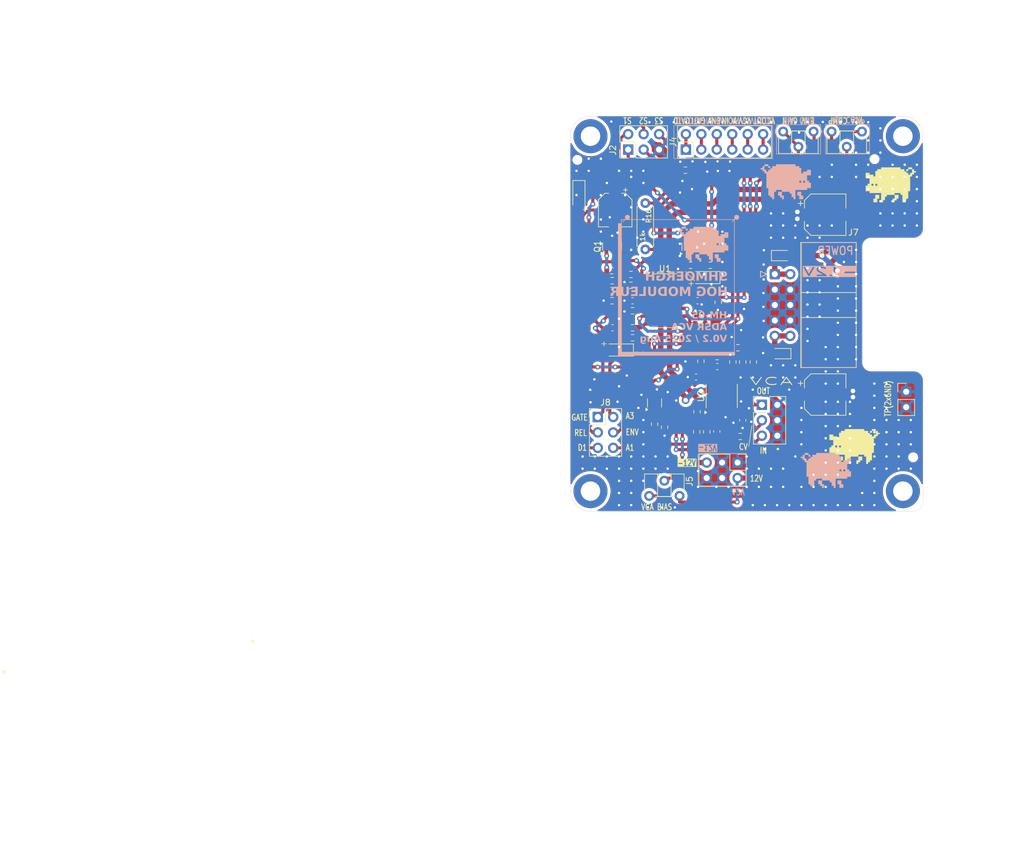
<source format=kicad_pcb>
(kicad_pcb (version 20241229) (generator "pcbnew") (generator_version "9.0")
  (layers (0 "F.Cu" signal) (2 "B.Cu" signal) (13 "F.Paste" user) (15 "B.Paste" user) (5 "F.SilkS" user "F.Silkscreen") (7 "B.SilkS" user "B.Silkscreen") (1 "F.Mask" user) (3 "B.Mask" user) (25 "Edge.Cuts" user))
  (net 0 "")
  (net 1 "GND")
  (net 2 "+12V")
  (net 3 "-12V")
  (net 4 "Net-(U1B-+)")
  (net 5 "Net-(C3-Pad1)")
  (net 6 "A1_D3_R3")
  (net 7 "Net-(U2B--)")
  (net 8 "Net-(C7-Pad2)")
  (net 9 "VCA_OUT")
  (net 10 "ATTACK_3")
  (net 11 "Net-(U1A--)")
  (net 12 "SUSTAIN_2")
  (net 13 "Net-(U2A--)")
  (net 14 "DECAY_1")
  (net 15 "Net-(D3-K)")
  (net 16 "Net-(D3-A)")
  (net 17 "Net-(D4-A)")
  (net 18 "Net-(D5-K)")
  (net 19 "LED_A")
  (net 20 "LED_K")
  (net 21 "SUSTAIN_3")
  (net 22 "SUSTAIN_1")
  (net 23 "VCA_IN")
  (net 24 "Net-(D1-A)")
  (net 25 "VCA_CV")
  (net 26 "GATE")
  (net 27 "RELEASE_1")
  (net 28 "ENV_OUT")
  (net 29 "Net-(Q1-B)")
  (net 30 "Net-(Q2-B)")
  (net 31 "Net-(Q3A-E1)")
  (net 32 "Net-(Q3A-C1)")
  (net 33 "Net-(Q3B-C2)")
  (net 34 "Net-(Q3A-B1)")
  (net 35 "Net-(U1A-+)")
  (net 36 "Net-(U1B--)")
  (net 37 "Net-(U1D-+)")
  (net 38 "Net-(U2B-+)")
  (net 39 "Net-(U1D--)")
  (net 40 "Net-(R22-Pad2)")
  (net 41 "Net-(R24-Pad2)")
  (net 42 "Net-(J4-Pin_5)")
  (net 43 "Net-(J4-Pin_11)")
  (net 44 "Net-(J4-Pin_10)")
  (net 45 "Net-(J4-Pin_7)")
  (net 46 "Net-(J4-Pin_1)")
  (net 47 "Net-(J4-Pin_3)")
  (net 48 "Net-(R29-Pad1)")
  (net 49 "Net-(R10-Pad1)")
  (footprint "Diode_SMD:D_SOD-323" (layer "F.Cu") (at 158.671 66.945)
    (property "Reference" "D5")
    (property "Value" "1N5817")
  )
  (footprint "Resistor_SMD:R_0603_1608Metric" (layer "F.Cu") (at 151.559 82.10175)
    (property "Reference" "R22")
    (property "Value" "100k")
  )
  (footprint "Capacitor_SMD:C_0603_1608Metric" (layer "F.Cu") (at 152.3464 94.038 90)
    (property "Reference" "C6")
    (property "Value" "100n")
  )
  (footprint "Resistor_SMD:R_0603_1608Metric" (layer "F.Cu") (at 135.43 82.989 -90)
    (property "Reference" "R10")
    (property "Value" "10k")
  )
  (footprint "Connector_PinHeader_2.54mm:PinHeader_2x03_P2.54mm_Vertical" (layer "F.Cu") (at 155.5 91.5)
    (property "Reference" "J3")
    (property "Value" "Conn_02x03_Odd_Even")
  )
  (footprint "Capacitor_SMD:C_0603_1608Metric" (layer "F.Cu") (at 134.21 74.375 180)
    (property "Reference" "C1")
    (property "Value" "100n")
  )
  (footprint "Resistor_SMD:R_0603_1608Metric" (layer "F.Cu") (at 133.954187 70.057)
    (property "Reference" "R1")
    (property "Value" "22k")
  )
  (footprint "Diode_SMD:D_SOD-323" (layer "F.Cu") (at 158.671 83.074 180)
    (property "Reference" "D4")
    (property "Value" "1N5817")
  )
  (footprint "Connector_PinHeader_2.54mm:PinHeader_2x03_P2.54mm_Vertical" (layer "F.Cu") (at 133.5 49.5 90)
    (property "Reference" "J2")
    (property "Value" "Conn_02x03_Odd_Even")
  )
  (footprint "Potentiometer_THT:Potentiometer_ACP_CA6-H2,5_Horizontal" (layer "F.Cu") (at 164.005 46.54 -90)
    (property "Reference" "RV_OUT_GAIN1")
    (property "Value" "100k")
  )
  (footprint "Connector_PinHeader_2.54mm:PinHeader_2x06_P2.54mm_Vertical" (layer "F.Cu") (at 143 49.5 90)
    (property "Reference" "J4")
    (property "Value" "Conn_02x06_Odd_Even")
  )
  (footprint "Resistor_SMD:R_0603_1608Metric" (layer "F.Cu") (at 134.223 78.82 180)
    (property "Reference" "R7")
    (property "Value" "1M")
  )
  (footprint "Resistor_SMD:R_0603_1608Metric" (layer "F.Cu") (at 144.780157 95.943 -90)
    (property "Reference" "R29")
    (property "Value" "200k")
  )
  (footprint "MountingHole:ToolingHole_1.152mm" (layer "F.Cu") (at 125.143 51.197)
    (property "Reference" "REF**" (hide yes))
    (property "Value" "ToolingHole_1.152mm")
  )
  (footprint "Resistor_SMD:R_0603_1608Metric" (layer "F.Cu") (at 130.858 71.073 180)
    (property "Reference" "R5")
    (property "Value" "1M")
  )
  (footprint "Resistor_SMD:R_0603_1608Metric" (layer "F.Cu") (at 150.7265 84.45325 -90)
    (property "Reference" "R27")
    (property "Value" "470k")
  )
  (footprint "Shmoergh_Custom_Footprints:R_Axial_DIN0207_L6.3mm_D2.5mm_P7.62mm_Horizontal" (layer "F.Cu") (at 136.319 58.309 -90)
    (property "Reference" "R16")
    (property "Value" "1k")
  )
  (footprint "Resistor_SMD:R_0603_1608Metric" (layer "F.Cu") (at 145.336 76.534)
    (property "Reference" "R13")
    (property "Value" "15k")
  )
  (footprint "Package_TO_SOT_SMD:SOT-363_SC-70-6" (layer "F.Cu") (at 137.843 91.18825 90)
    (property "Reference" "Q3")
    (property "Value" "BC847BS")
  )
  (footprint "MountingHole:MountingHole_3.2mm_M3_DIN965_Pad" (layer "F.Cu") (at 178.7 105.7)
    (property "Reference" "H2")
    (property "Value" "MountingHole")
  )
  (footprint "Resistor_SMD:R_0603_1608Metric" (layer "F.Cu") (at 142.923 52.89)
    (property "Reference" "R11")
    (property "Value" "4.7k")
  )
  (footprint "Resistor_SMD:R_0603_1608Metric" (layer "F.Cu") (at 144.828 92.641 -90)
    (property "Reference" "R23")
    (property "Value" "10k")
  )
  (footprint "Resistor_SMD:R_0603_1608Metric" (layer "F.Cu") (at 134.223 76.026)
    (property "Reference" "R6")
    (property "Value" "1M")
  )
  (footprint "Resistor_SMD:R_0603_1608Metric" (layer "F.Cu") (at 148.32 74.629 90)
    (property "Reference" "R14")
    (property "Value" "47k")
  )
  (footprint "Resistor_SMD:R_0603_1608Metric" (layer "F.Cu") (at 130.858 72.724 180)
    (property "Reference" "R4")
    (property "Value" "1k")
  )
  (footprint "Resistor_SMD:R_0603_1608Metric" (layer "F.Cu") (at 130.858 74.375)
    (property "Reference" "R3")
    (property "Value" "47k")
  )
  (footprint "MountingHole:MountingHole_3.2mm_M3_DIN965_Pad" (layer "F.Cu") (at 127.3 47.3)
    (property "Reference" "H1")
    (property "Value" "MountingHole")
  )
  (footprint "Capacitor_SMD:CP_Elec_6.3x7.7" (layer "F.Cu") (at 165.91 89.805)
    (property "Reference" "C9")
    (property "Value" "100u")
  )
  (footprint "Potentiometer_THT:Potentiometer_ACP_CA6-H2,5_Horizontal" (layer "F.Cu") (at 136.954 106.484 90)
    (property "Reference" "RV_VCA_BIAS1")
    (property "Value" "100k")
  )
  (footprint "Resistor_SMD:R_0603_1608Metric" (layer "F.Cu") (at 139.494 95.18275 90)
    (property "Reference" "R20")
    (property "Value" "220")
  )
  (footprint "Connector_PinHeader_2.54mm:PinHeader_2x03_P2.54mm_Vertical" (layer "F.Cu") (at 151.5 101 -90)
    (property "Reference" "J5")
    (property "Value" "Conn_02x03_Odd_Even")
  )
  (footprint "Package_TO_SOT_SMD:SOT-23" (layer "F.Cu") (at 143.896081 65.485 90)
    (property "Reference" "Q2")
    (property "Value" "BC847")
  )
  (footprint "Connector_PinHeader_2.54mm:PinHeader_2x03_P2.54mm_Vertical" (layer "F.Cu") (at 128.5 93.5)
    (property "Reference" "J8")
    (property "Value" "Conn_02x03_Odd_Even")
  )
  (footprint "Shmoergh_Logo:Gyeszno" (layer "F.Cu") (at 176.705 55.303)
    (property "Reference" "G***" (hide yes))
    (property "Value" "LOGO" (hide yes))
  )
  (footprint "Diode_SMD:D_SOD-123" (layer "F.Cu") (at 132.001 82.481 180)
    (property "Reference" "D1")
    (property "Value" "1N4148")
  )
  (footprint "Connector_PinHeader_2.54mm:PinHeader_1x02_P2.54mm_Vertical" (layer "F.Cu") (at 179.245 89.339)
    (property "Reference" "J6")
    (property "Value" "Conn_01x02")
  )
  (footprint "Capacitor_SMD:CP_Elec_5x5.4" (layer "F.Cu") (at 131.366 59.452 -90)
    (property "Reference" "C4")
    (property "Value" "10u")
  )
  (footprint "Resistor_SMD:R_0603_1608Metric" (layer "F.Cu") (at 134.223 80.471)
    (property "Reference" "R9")
    (property "Value" "1k")
  )
  (footprint "Capacitor_SMD:C_0603_1608Metric_Pad1.08x0.95mm_HandSolder" (layer "F.Cu") (at 148.082157 95.88 90)
    (property "Reference" "C7")
    (property "Value" "47p")
  )
  (footprint "Diode_SMD:D_SOD-123" (layer "F.Cu") (at 146.246081 70.565 180)
    (property "Reference" "D3")
    (property "Value" "1N4148")
  )
  (footprint "Resistor_SMD:R_0603_1608Metric" (layer "F.Cu") (at 143.769081 68.533)
    (property "Reference" "R15")
    (property "Value" "47k")
  )
  (footprint "Package_TO_SOT_SMD:SOT-23" (layer "F.Cu") (at 130.855 65.4365 90)
    (property "Reference" "Q1")
    (property "Value" "BC857")
  )
  (footprint "Capacitor_SMD:C_0603_1608Metric" (layer "F.Cu") (at 144.6756 86.926 180)
    (property "Reference" "C5")
    (property "Value" "100n")
  )
  (footprint "Diode_SMD:D_SOD-123" (layer "F.Cu") (at 125.397 56.954 -90)
    (property "Reference" "D2")
    (property "Value" "1N4148")
  )
  (footprint "MountingHole:MountingHole_3.2mm_M3_DIN965_Pad" (layer "F.Cu") (at 178.7 47.3)
    (property "Reference" "H4")
    (property "Value" "MountingHole")
  )
  (footprint "MountingHole:ToolingHole_1.152mm" (layer "F.Cu") (at 174.038 51.07)
    (property "Reference" "REF**" (hide yes))
    (property "Value" "ToolingHole_1.152mm")
  )
  (footprint "Resistor_SMD:R_0603_1608Metric" (layer "F.Cu") (at 152.3475 84.45325 -90)
    (property "Reference" "R26")
    (property "Value" "10k")
  )
  (footprint "Connector_IDC:IDC-Header_2x05_P2.54mm_Horizontal" (layer "F.Cu") (at 157.6245 70)
    (property "Reference" "J7")
    (property "Value" "Conn_02x05_Odd_Even")
  )
  (footprint "Shmoergh_Logo:Gyeszno" (layer "F.Cu") (at 170.736 98.356)
    (property "Reference" "G***" (hide yes))
    (property "Value" "LOGO" (hide yes))
  )
  (footprint "Capacitor_SMD:C_0603_1608Metric_Pad1.08x0.95mm_HandSolder" (layer "F.Cu") (at 148.1565 85.21525 180)
    (property "Reference" "C8")
    (property "Value" "47p")
  )
  (footprint "Package_SO:SOIC-8_3.9x4.9mm_P1.27mm" (layer "F.Cu") (at 148.892 90.04125 90)
    (property "Reference" "U2")
    (property "Value" "TL072")
  )
  (footprint "Resistor_SMD:R_0603_1608Metric" (layer "F.Cu") (at 154.099 84.45075 90)
    (property "Reference" "R24")
    (property "Value" "100k")
  )
  (footprint "Capacitor_SMD:C_0603_1608Metric" (layer "F.Cu") (at 130.921 78.82)
    (property "Reference" "C3")
    (property "Value" "10n")
  )
  (footprint "Resistor_SMD:R_0603_1608Metric" (layer "F.Cu") (at 145.463 84.32625 90)
    (property "Reference" "R25")
    (property "Value" "10k")
  )
  (footprint "Resistor_SMD:R_0603_1608Metric" (layer "F.Cu") (at 130.794 69.422)
    (property "Reference" "R8")
    (property "Value" "100k")
  )
  (footprint "MountingHole:MountingHole_3.2mm_M3_DIN965_Pad" (layer "F.Cu") (at 127.3 105.7)
    (property "Reference" "H3")
    (property "Value" "MountingHole")
  )
  (footprint "Resistor_SMD:R_0603_1608Metric" (layer "F.Cu") (at 146.431157 95.943 90)
    (property "Reference" "R21")
    (property "Value" "33k")
  )
  (footprint "Package_SO:SOIC-14_3.9x8.7mm_P1.27mm" (layer "F.Cu") (at 139.557 74.375)
    (property "Reference" "U1")
    (property "Value" "LM324")
  )
  (footprint "Resistor_SMD:R_0603_1608Metric" (layer "F.Cu") (at 151.94 96.71025 180)
    (property "Reference" "R19")
    (property "Value" "200k")
  )
  (footprint "Resistor_SMD:R_0603_1608Metric" (layer "F.Cu") (at 148.13 83.56425 180)
    (property "Reference" "R28")
    (property "Value" "470k")
  )
  (footprint "MountingHole:ToolingHole_1.152mm" (layer "F.Cu") (at 180.388 100.134)
    (property "Reference" "REF**" (hide yes))
    (property "Value" "ToolingHole_1.152mm")
  )
  (footprint "Resistor_SMD:R_0603_1608Metric" (layer "F.Cu") (at 137.843 94.67825 90)
    (property "Reference" "R18")
    (property "Value" "100k")
  )
  (footprint "Resistor_SMD:R_0603_1608Metric" (layer "F.Cu") (at 133.954187 71.835)
    (property "Reference" "R2")
    (property "Value" "1k")
  )
  (footprint "Capacitor_SMD:CP_Elec_6.3x7.7" (layer "F.Cu") (at 165.91 60.214)
    (property "Reference" "C10")
    (property "Value" "100u")
  )
  (footprint "Potentiometer_THT:Potentiometer_ACP_CA6-H2,5_Horizontal" (layer "F.Cu") (at 171.966 46.54 -90)
    (property "Reference" "RV_COMP1")
    (property "Value" "10k")
  )
  (footprint "Resistor_SMD:R_0603_1608Metric" (layer "F.Cu") (at 145.336 78.185 180)
    (property "Reference" "R12")
    (property "Value" "10k")
  )
  (footprint "Capacitor_SMD:C_0603_1608Metric" (layer "F.Cu") (at 144.891 74.375 180)
    (property "Reference" "C2")
    (property "Value" "100n")
  )
  (footprint "Resistor_SMD:R_0603_1608Metric" (layer "F.Cu") (at 147.008081 68.533)
    (property "Reference" "R17")
    (property "Value" "1k")
  )
  (footprint "Shmoergh_Logo:Gyeszno" (layer "B.Cu") (at 159.433 54.795 180)
    (property "Reference" "G***" (hide yes))
    (property "Value" "LOGO" (hide yes))
  )
  (footprint "Shmoergh_Logo:Gyeszno" (layer "B.Cu") (at 166.037 102.293 180)
    (property "Reference" "G***" (hide yes))
    (property "Value" "LOGO" (hide yes))
  )
  (footprint "Shmoergh_Logo:Gyeszno" (layer "B.Cu") (at 145.844 65.082 180)
    (property "Reference" "G***" (hide yes))
    (property "Value" "LOGO" (hide yes))
  )
  (gr_line (start 153.337 98.356) (end 153.845 94.927) (stroke (width 0.1)) (layer "F.SilkS"))
  (gr_rect (start 145.209 99.499) (end 152.956 104.833) (stroke (width 0.1)) (fill no) (layer "B.SilkS"))
  (gr_rect (start 162.0365 64.786) (end 171.0535 85.36) (stroke (width 0.1)) (fill no) (layer "B.SilkS"))
  (gr_line (start 155.242 70.501) (end 155.242 69.485) (stroke (width 0.1)) (layer "B.SilkS"))
  (gr_line (start 150.594 61.393) (end 151.344 60.643) (stroke (width 0.1)) (layer "B.SilkS"))
  (gr_line (start 150.969 82.82775) (end 132.382 82.82775) (stroke (width 0.1)) (layer "B.SilkS"))
  (gr_line (start 156.258 69.993) (end 155.242 70.501) (stroke (width 0.1)) (layer "B.SilkS"))
  (gr_circle (center 133.372 60.643) (end 133.122 60.393) (stroke (width 0.1)) (fill yes) (layer "B.SilkS"))
  (gr_rect (start 165.9735 45.397) (end 173.2125 50.223) (stroke (width 0.1)) (fill no) (layer "B.SilkS"))
  (gr_rect (start 131.874 61.680125) (end 132.374 82.879125) (stroke (width 0.1)) (fill yes) (layer "B.SilkS"))
  (gr_circle (center 151.344 60.643) (end 151.094 60.393) (stroke (width 0.1)) (fill yes) (layer "B.SilkS"))
  (gr_line (start 150.969 61.018) (end 150.969 82.82775) (stroke (width 0.1)) (layer "B.SilkS"))
  (gr_line (start 150.969 61.018) (end 132.382 61.018) (stroke (width 0.1)) (layer "B.SilkS"))
  (gr_rect (start 141.018 45.524) (end 157.274 50.985) (stroke (width 0.1)) (fill no) (layer "B.SilkS"))
  (gr_line (start 155.242 69.485) (end 156.258 69.993) (stroke (width 0.1)) (layer "B.SilkS"))
  (gr_rect (start 157.909 45.397) (end 165.148 50.223) (stroke (width 0.1)) (fill no) (layer "B.SilkS"))
  (gr_line (start 132.622 61.393) (end 133.372 60.643) (stroke (width 0.1)) (layer "B.SilkS"))
  (gr_rect (start 131.874 82.879125) (end 151.013 83.352875) (stroke (width 0.1)) (fill yes) (layer "B.SilkS"))
  (gr_line (start 132.382 82.862) (end 132.382 61.018) (stroke (width 0.1)) (layer "B.SilkS"))
  (gr_line (start 173.5 64) (end 180.5 64) (stroke (width 0.05)) (layer "Edge.Cuts"))
  (gr_line (start 127.3 44) (end 178.7 44) (stroke (width 0.05)) (layer "Edge.Cuts"))
  (gr_arc (start 178.7 44) (mid 181.033452 44.966548) (end 182 47.3) (stroke (width 0.05)) (layer "Edge.Cuts"))
  (gr_arc (start 172 65.5) (mid 172.43934 64.43934) (end 173.5 64) (stroke (width 0.05)) (layer "Edge.Cuts"))
  (gr_line (start 172 84.5) (end 172 65.5) (stroke (width 0.05)) (layer "Edge.Cuts"))
  (gr_line (start 180.5 86) (end 173.5 86) (stroke (width 0.05)) (layer "Edge.Cuts"))
  (gr_arc (start 127.3 109) (mid 124.966548 108.033452) (end 124 105.7) (stroke (width 0.05)) (layer "Edge.Cuts"))
  (gr_line (start 180.5 109) (end 127.3 109) (stroke (width 0.05)) (layer "Edge.Cuts"))
  (gr_arc (start 124 47.3) (mid 124.966548 44.966548) (end 127.3 44) (stroke (width 0.05)) (layer "Edge.Cuts"))
  (gr_arc (start 182 107.5) (mid 181.56066 108.56066) (end 180.5 109) (stroke (width 0.05)) (layer "Edge.Cuts"))
  (gr_line (start 124 47.3) (end 124 105.7) (stroke (width 0.05)) (layer "Edge.Cuts"))
  (gr_arc (start 180.5 86) (mid 181.56066 86.43934) (end 182 87.5) (stroke (width 0.05)) (layer "Edge.Cuts"))
  (gr_arc (start 173.5 86) (mid 172.43934 85.56066) (end 172 84.5) (stroke (width 0.05)) (layer "Edge.Cuts"))
  (gr_line (start 182 87.5) (end 182 107.5) (stroke (width 0.05)) (layer "Edge.Cuts"))
  (gr_arc (start 182 62.5) (mid 181.56066 63.56066) (end 180.5 64) (stroke (width 0.05)) (layer "Edge.Cuts"))
  (gr_line (start 182 47.3) (end 182 62.5) (stroke (width 0.05)) (layer "Edge.Cuts"))
  (gr_text "+" (at 30.147 135.948 0) (layer "F.SilkS") (effects (font (size 1 1) (thickness 0.1)) (justify left bottom)))
  (gr_text "+" (at 125.778 59.875 0) (layer "F.SilkS") (effects (font (size 1 1) (thickness 0.1)) (justify left bottom)))
  (gr_text "VCA BIAS" (at 135.557 108.897 0) (layer "F.SilkS") (effects (font (size 1 0.75) (thickness 0.15) (bold yes)) (justify left bottom)))
  (gr_text "VCOUT" (at 155.877 44.127 180) (layer "F.SilkS") (effects (font (size 1 0.75) (thickness 0.17) (bold yes)) (justify bottom)))
  (gr_text "S2" (at 136.827 44.127 180) (layer "F.SilkS") (effects (font (size 1 0.75) (thickness 0.15) (bold yes)) (justify left bottom)))
  (gr_text "S3" (at 139.367 44.127 180) (layer "F.SilkS") (effects (font (size 1 0.75) (thickness 0.15) (bold yes)) (justify left bottom)))
  (gr_text "VCIN" (at 150.162 44.127 180) (layer "F.SilkS") (effects (font (size 1 0.75) (thickness 0.17) (bold yes)) (justify bottom)))
  (gr_text "ENV" (at 147.622 44.127 180) (layer "F.SilkS") (effects (font (size 1 0.75) (thickness 0.17) (bold yes)) (justify bottom)))
  (gr_text "CV" (at 152.448 98.991 0) (layer "F.SilkS") (effects (font (size 1 0.75) (thickness 0.15) (bold yes)) (justify bottom)))
  (gr_text "ENV GAIN" (at 161.465 44.127 180) (layer "F.SilkS") (effects (font (size 1 0.75) (thickness 0.15) (bold yes)) (justify bottom)))
  (gr_text "TP(2xGND)" (at 176.832 93.53 90) (layer "F.SilkS") (effects (font (size 1 0.75) (thickness 0.15) (bold yes)) (justify left bottom)))
  (gr_text "+" (at 128.826 81.973 0) (layer "F.SilkS") (effects (font (size 1 1) (thickness 0.1)) (justify left bottom)))
  (gr_text "12V" (at 153.464 104.198 0) (layer "F.SilkS") (effects (font (size 1 0.75) (thickness 0.15) (bold yes)) (justify left bottom)))
  (gr_text "+" (at 71.041 130.868 0) (layer "F.SilkS") (effects (font (size 1 1) (thickness 0.1)) (justify left bottom)))
  (gr_text "OUT" (at 155.75 89.805 0) (layer "F.SilkS") (effects (font (size 1 0.75) (thickness 0.15) (bold yes)) (justify bottom)))
  (gr_text "A3" (at 133.017 93.911 0) (layer "F.SilkS") (effects (font (size 1 0.75) (thickness 0.15) (bold yes)) (justify left bottom)))
  (gr_text "+" (at 143.177 72.067 0) (layer "F.SilkS") (effects (font (size 1 1) (thickness 0.1)) (justify left bottom)))
  (gr_text "VCA COMP" (at 172.26 44.127 180) (layer "F.SilkS") (effects (font (size 1 0.75) (thickness 0.15) (bold yes)) (justify left bottom)))
  (gr_text "GATI" (at 145.082 44.127 180) (layer "F.SilkS") (effects (font (size 1 0.75) (thickness 0.17) (bold yes)) (justify bottom)))
  (gr_text "A1" (at 133.017 99.118 0) (layer "F.SilkS") (effects (font (size 1 0.75) (thickness 0.15) (bold yes)) (justify left bottom)))
  (gr_text "VCV" (at 152.702 44.127 180) (layer "F.SilkS") (effects (font (size 1 0.75) (thickness 0.17) (bold yes)) (justify bottom)))
  (gr_text "VCA" (at 157.02 88.323 0) (layer "F.SilkS") (effects (font (size 1.2 2.7) (thickness 0.15) (bold yes)) (justify bottom)))
  (gr_text "-12V" (at 141.526 101.658 0) (layer "F.SilkS" knockout) (effects (font (size 1 0.75) (thickness 0.15) (bold yes)) (justify left bottom)))
  (gr_text "S1" (at 134.16 44.127 180) (layer "F.SilkS") (effects (font (size 1 0.75) (thickness 0.15) (bold yes)) (justify left bottom)))
  (gr_text "IN" (at 155.75 99.626 0) (layer "F.SilkS") (effects (font (size 1 0.75) (thickness 0.15) (bold yes)) (justify bottom)))
  (gr_text "REL" (at 126.794 96.705 0) (layer "F.SilkS") (effects (font (size 1 0.75) (thickness 0.15) (bold yes)) (justify right bottom)))
  (gr_text "GATD" (at 142.288 44.127 180) (layer "F.SilkS") (effects (font (size 1 0.75) (thickness 0.17) (bold yes)) (justify bottom)))
  (gr_text "ENV" (at 133.017 96.578 0) (layer "F.SilkS") (effects (font (size 1 0.75) (thickness 0.15) (bold yes)) (justify left bottom)))
  (gr_text "D1" (at 126.794 99.118 0) (layer "F.SilkS") (effects (font (size 1 0.75) (thickness 0.15) (bold yes)) (justify right bottom)))
  (gr_text "GATE" (at 126.921 94.165 0) (layer "F.SilkS") (effects (font (size 1 0.75) (thickness 0.15) (bold yes)) (justify right bottom)))
  (gr_text "VCOU" (at 156.004 44.127 180) (layer "B.SilkS") (effects (font (size 1 0.75) (thickness 0.15) (bold yes)) (justify bottom mirror)))
  (gr_text "ENV GAIN" (at 161.592 44.127 180) (layer "B.SilkS") (effects (font (size 1 0.75) (thickness 0.15) (bold yes)) (justify bottom mirror)))
  (gr_text "SHMØERGH \nHOG MODULEUR" (at 149.908 73.845 0) (layer "B.SilkS") (effects (font (size 1.5 1.5) (thickness 0.28) (bold yes)) (justify left bottom mirror)))
  (gr_text "ENV" (at 148.003 44.127 180) (layer "B.SilkS") (effects (font (size 1 0.75) (thickness 0.15) (bold yes)) (justify bottom mirror)))
  (gr_text "VCV" (at 153.21 44.127 180) (layer "B.SilkS") (effects (font (size 1 0.75) (thickness 0.15) (bold yes)) (justify bottom mirror)))
  (gr_text "VCA COMP" (at 169.593 44 180) (layer "B.SilkS") (effects (font (size 1 0.75) (thickness 0.15) (bold yes)) (justify bottom mirror)))
  (gr_text "VCIN" (at 150.543 44.127 180) (layer "B.SilkS") (effects (font (size 1 0.75) (thickness 0.15) (bold yes)) (justify bottom mirror)))
  (gr_text "-12V" (at 146.5425 97.975 180) (layer "B.SilkS" knockout) (effects (font (size 1 0.75) (thickness 0.15) (bold yes)) (justify bottom mirror)))
  (gr_text "GATI" (at 145.463 44.127 180) (layer "B.SilkS") (effects (font (size 1 0.75) (thickness 0.15) (bold yes)) (justify bottom mirror)))
  (gr_text "12V" (at 151.6225 105.214 180) (layer "B.SilkS") (effects (font (size 1 0.75) (thickness 0.15) (bold yes)) (justify bottom mirror)))
  (gr_text "HM-05\nADSR VCA\nV0.2 / 2025 Aug" (at 149.781 81.338 0) (layer "B.SilkS") (effects (font (size 1.15 1.15) (thickness 0.2) (bold yes)) (justify left bottom mirror)))
  (gr_text "GATD" (at 142.796 44.127 180) (layer "B.SilkS") (effects (font (size 1 0.75) (thickness 0.15) (bold yes)) (justify bottom mirror)))
  (gr_text "-12V" (at 171.4345 70.374 0) (layer "B.SilkS" knockout) (effects (font (size 1.3 2.25) (thickness 0.25) (bold yes)) (justify left bottom mirror)))
  (gr_text "POWER" (at 170.6725 66.945 0) (layer "B.SilkS") (effects (font (size 1.35 1.15) (thickness 0.2) (bold yes)) (justify left bottom mirror)))
  (segment (start 137.843 89.34325) (end 137.843 90.23825) (width 0.381) (layer "F.Cu") (net 1))
  (segment (start 138.16175 89.0245) (end 137.843 89.34325) (width 0.381) (layer "F.Cu") (net 1))
  (via (at 129 65) (size 0.8) (drill 0.4) (layers "F.Cu" "B.Cu") (net 1))
  (via (at 132.89 76.131) (size 0.8) (drill 0.4) (layers "F.Cu" "B.Cu") (net 1))
  (via (at 173 54) (size 0.8) (drill 0.4) (layers "F.Cu" "B.Cu") (net 1))
  (via (at 175 46) (size 0.8) (drill 0.4) (layers "F.Cu" "B.Cu") (net 1))
  (via (at 171 80) (size 0.8) (drill 0.4) (layers "F.Cu" "B.Cu") (net 1))
  (via (at 156 108) (size 0.8) (drill 0.4) (layers "F.Cu" "B.Cu") (net 1))
  (via (at 178 98) (size 0.8) (drill 0.4) (layers "F.Cu" "B.Cu") (net 1))
  (via (at 171 76) (size 0.8) (drill 0.4) (layers "F.Cu" "B.Cu") (net 1))
  (via (at 168 84) (size 0.8) (drill 0.4) (layers "F.Cu" "B.Cu") (net 1))
  (via (at 174 104) (size 0.8) (drill 0.4) (layers "F.Cu" "B.Cu") (net 1))
  (via (at 174 90) (size 0.8) (drill 0.4) (layers "F.Cu" "B.Cu") (net 1))
  (via (at 136 63) (size 0.8) (drill 0.4) (layers "F.Cu" "B.Cu") (net 1))
  (via (at 159 62) (size 0.8) (drill 0.4) (layers "F.Cu" "B.Cu") (net 1))
  (via (at 177 60) (size 0.8) (drill 0.4) (layers "F.Cu" "B.Cu") (net 1))
  (via (at 171 82) (size 0.8) (drill 0.4) (layers "F.Cu" "B.Cu") (net 1))
  (via (at 177 62) (size 0.8) (drill 0.4) (layers "F.Cu" "B.Cu") (net 1))
  (via (at 150.289 83.243) (size 0.8) (drill 0.4) (layers "F.Cu" "B.Cu") (net 1))
  (via (at 172 108) (size 0.8) (drill 0.4) (layers "F.Cu" "B.Cu") (net 1))
  (via (at 160 89) (size 0.8) (drill 0.4) (layers "F.Cu" "B.Cu") (net 1))
  (via (at 160 108) (size 0.8) (drill 0.4) (layers "F.Cu" "B.Cu") (net 1))
  (via (at 138 100) (size 0.8) (drill 0.4) (layers "F.Cu" "B.Cu") (net 1))
  (via (at 145 63) (size 0.8) (drill 0.4) (layers "F.Cu" "B.Cu") (net 1))
  (via (at 176 90) (size 0.8) (drill 0.4) (layers "F.Cu" "B.Cu") (net 1))
  (via (at 161 85) (size 0.8) (drill 0.4) (layers "F.Cu" "B.Cu") (net 1))
  (via (at 128 100) (size 0.8) (drill 0.4) (layers "F.Cu" "B.Cu") (net 1))
  (via (at 161.338 59.748) (size 1.27) (drill 0.75) (layers "F.Cu" "B.Cu") (net 1))
  (via (at 136 102) (size 0.8) (drill 0.4) (layers "F.Cu" "B.Cu") (net 1))
  (via (at 165 64) (size 0.8) (drill 0.4) (layers "F.Cu" "B.Cu") (net 1))
  (via (at 164 108) (size 0.8) (drill 0.4) (layers "F.Cu" "B.Cu") (net 1))
  (via (at 145 45) (size 0.8) (drill 0.4) (layers "F.Cu" "B.Cu") (net 1))
  (via (at 134 106) (size 0.8) (drill 0.4) (layers "F.Cu" "B.Cu") (net 1))
  (via (at 147.187916 71.661237) (size 0.8) (drill 0.4) (layers "F.Cu" "B.Cu") (net 1))
  (via (at 134 54) (size 0.8) (drill 0.4) (layers "F.Cu" "B.Cu") (net 1))
  (via (at 180 94) (size 0.8) (drill 0.4) (layers "F.Cu" "B.Cu") (net 1))
  (via (at 162 94) (size 0.8) (drill 0.4) (layers "F.Cu" "B.Cu") (net 1))
  (via (at 178 94) (size 0.8) (drill 0.4) (layers "F.Cu" "B.Cu") (net 1))
  (via (at 153.742687 94.28864) (size 0.8) (drill 0.4) (layers "F.Cu" "B.Cu") (net 1))
  (via (at 129 57) (size 0.8) (drill 0.4) (layers "F.Cu" "B.Cu") (net 1))
  (via (at 174 94) (size 0.8) (drill 0.4) (layers "F.Cu" "B.Cu") (net 1))
  (via (at 144.987081 102.401633) (size 0.8) (drill 0.4) (layers "F.Cu" "B.Cu") (net 1))
  (via (at 157 102) (size 0.8) (drill 0.4) (layers "F.Cu" "B.Cu") (net 1))
  (via (at 148 105) (size 0.8) (drill 0.4) (layers "F.Cu" "B.Cu") (net 1))
  (via (at 140 102) (size 0.8) (drill 0.4) (layers "F.Cu" "B.Cu") (net 1))
  (via (at 157 105) (size 0.8) (drill 0.4) (layers "F.Cu" "B.Cu") (net 1))
  (via (at 129 51) (size 0.8) (drill 0.4) (layers "F.Cu" "B.Cu") (net 1))
  (via (at 157 64) (size 0.8) (drill 0.4) (layers "F.Cu" "B.Cu") (net 1))
  (via (at 179 60) (size 0.8) (drill 0.4) (layers "F.Cu" "B.Cu") (net 1))
  (via (at 155.792402 70.869081) (size 0.8) (drill 0.4) (layers "F.Cu" "B.Cu") (net 1))
  (via (at 166 105) (size 0.8) (drill 0.4) (layers "F.Cu" "B.Cu") (net 1))
  (via (at 174 92) (size 0.8) (drill 0.4) (layers "F.Cu" "B.Cu") (net 1))
  (via (at 168 80) (size 0.8) (drill 0.4) (layers "F.Cu" "B.Cu") (net 1))
  (via (at 166 93) (size 0.8) (drill 0.4) (layers "F.Cu" "B.Cu") (net 1))
  (via (at 181 60) (size 0.8) (drill 0.4) (layers "F.Cu" "B.Cu") (net 1))
  (via (at 168 74) (size 0.8) (drill 0.4) (layers "F.Cu" "B.Cu") (net 1))
  (via (at 146 70) (size 0.8) (drill 0.4) (layers "F.Cu" "B.Cu") (net 1))
  (via (at 149 63) (size 0.8) (drill 0.4) (layers "F.Cu" "B.Cu") (net 1))
  (via (at 155.827001 66.059728) (size 0.8) (drill 0.4) (layers "F.Cu" "B.Cu") (net 1))
  (via (at 145 105) (size 0.8) (drill 0.4) (layers "F.Cu" "B.Cu") (net 1))
  (via (at 137 45) (size 0.8) (drill 0.4) (layers "F.Cu" "B.Cu") (net 1))
  (via (at 142.415 54.668) (size 0.8) (drill 0.4) (layers "F.Cu" "B.Cu") (net 1))
  (via (at 181 56) (size 0.8) (drill 0.4) (layers "F.Cu" "B.Cu") (net 1))
  (via (at 140.007878 89.409509) (size 0.8) (drill 0.4) (layers "F.Cu" "B.Cu") (net 1))
  (via (at 168 99) (size 0.8) (drill 0.4) (layers "F.Cu" "B.Cu") (net 1))
  (via (at 132.89 74.353) (size 0.8) (drill 0.4) (layers "F.Cu" "B.Cu") (net 1))
  (via (at 136 53) (size 0.8) (drill 0.4) (layers "F.Cu" "B.Cu") (net 1))
  (via (at 139 45) (size 0.8) (drill 0.4) (layers "F.Cu" "B.Cu") (net 1))
  (via (at 131.747 90.99) (size 0.8) (drill 0.4) (layers "F.Cu" "B.Cu") (net 1))
  (via (at 167 62) (size 0.8) (drill 0.4) (layers "F.Cu" "B.Cu") (net 1))
  (via (at 165 54) (size 0.8) (drill 0.4) (layers "F.Cu" "B.Cu") (net 1))
  (via (at 159 87) (size 0.8) (drill 0.4) (layers "F.Cu" "B.Cu") (net 1))
  (via (at 170 101) (size 0.8) (drill 0.4) (layers "F.Cu" "B.Cu") (net 1))
  (via (at 168 103) (size 0.8) (drill 0.4) (layers "F.Cu" "B.Cu") (net 1))
  (via (at 180 96) (size 0.8) (drill 0.4) (layers "F.Cu" "B.Cu") (net 1))
  (via (at 166 84) (size 0.8) (drill 0.4) (layers "F.Cu" "B.Cu") (net 1))
  (via (at 173 45) (size 0.8) (drill 0.4) (layers "F.Cu" "B.Cu") (net 1))
  (via (at 159 102) (size 0.8) (drill 0.4) (layers "F.Cu" "B.Cu") (net 1))
  (via (at 176 96) (size 0.8) (drill 0.4) (layers "F.Cu" "B.Cu") (net 1))
  (via (at 154 89) (size 0.8) (drill 0.4) (layers "F.Cu" "B.Cu") (net 1))
  (via (at 152 87) (size 0.8) (drill 0.4) (layers "F.Cu" "B.Cu") (net 1))
  (via (at 149 65) (size 0.8) (drill 0.4) (layers "F.Cu" "B.Cu") (net 1))
  (via (at 135.176 92.006) (size 0.8) (drill 0.4) (layers "F.Cu" "B.Cu") (net 1))
  (via (at 142.034 56.573) (size 0.8) (drill 0.4) (layers "F.Cu" "B.Cu") (net 1))
  (via (at 166 82) (size 0.8) (drill 0.4) (layers "F.Cu" "B.Cu") (net 1))
  (via (at 141.704739 69.138403) (size 0.8) (drill 0.4) (layers "F.Cu" "B.Cu") (net 1))
  (via (at 179 58) (size 0.8) (drill 0.4) (layers "F.Cu" "B.Cu") (net 1))
  (via (at 168 108) (size 0.8) (drill 0.4) (layers "F.Cu" "B.Cu") (net 1))
  (via (at 171 45) (size 0.8) (drill 0.4) (layers "F.Cu" "B.Cu") (net 1))
  (via (at 173 56) (size 0.8) (drill 0.4) (layers "F.Cu" "B.Cu") (net 1))
  (via (at 134 102) (size 0.8) (drill 0.4) (layers "F.Cu" "B.Cu") (net 1))
  (via (at 161.611272 46.694497) (size 0.8) (drill 0.4) (layers "F.Cu" "B.Cu") (net 1))
  (via (at 156.031461 98.758647) (size 0.8) (drill 0.4) (layers "F.Cu" "B.Cu") (net 1))
  (via (at 155.757802 73.118058) (size 0.8) (drill 0.4) (layers "F.Cu" "B.Cu") (net 1))
  (via (at 163 71) (size 0.8) (drill 0.4) (layers "F.Cu" "B.Cu") (net 1))
  (via (at 176 100) (size 0.8) (drill 0.4) (layers "F.Cu" "B.Cu") (net 1))
  (via (at 163 81) (size 0.8) (drill 0.4) (layers "F.Cu" "B.Cu") (net 1))
  (via (at 153 102) (size 0.8) (drill 0.4) (layers "F.Cu" "B.Cu") (net 1))
  (via (at 157 60) (size 0.8) (drill 0.4) (layers "F.Cu" "B.Cu") (net 1))
  (via (at 165 73) (size 0.8) (drill 0.4) (layers "F.Cu" "B.Cu") (net 1))
  (via (at 177 58) (size 0.8) (drill 0.4) (layers "F.Cu" "B.Cu") (net 1))
  (via (at 176 88) (size 0.8) (drill 0.4) (layers "F.Cu" "B.Cu") (net 1))
  (via (at 144.828 65.59) (size 0.8) (drill 0.4) (layers "F.Cu" "B.Cu") (net 1))
  (via (at 129.461 74.353) (size 0.8) (drill 0.4) (layers "F.Cu" "B.Cu") (net 1))
  (via (at 163 69) (size 0.8) (drill 0.4) (layers "F.Cu" "B.Cu") (net 1))
  (via (at 163 77) (size 0.8) (drill 0.4) (layers "F.Cu" "B.Cu") (net 1))
  (via (at 174 98) (size 0.8) (drill 0.4) (layers "F.Cu" "B.Cu") (net 1))
  (via (at 163 79) (size 0.8) (drill 0.4) (layers "F.Cu" "B.Cu") (net 1))
  (via (at 130.477 60.637) (size 0.8) (drill 0.4) (layers "F.Cu" "B.Cu") (net 1))
  (via (at 170 99) (size 0.8) (drill 0.4) (layers "F.Cu" "B.Cu") (net 1))
  (via (at 153 105) (size 0.8) (drill 0.4) (layers "F.Cu" "B.Cu") (net 1))
  (via (at 132.89 71.305) (size 0.8) (drill 0.4) (layers "F.Cu" "B.Cu") (net 1))
  (via (at 126 100) (size 0.8) (drill 0.4) (layers "F.Cu" "B.Cu") (net 1))
  (via (at 158 108) (size 0.8) (drill 0.4) (layers "F.Cu" "B.Cu") (net 1))
  (via (at 130.858 63.685) (size 0.8) (drill 0.4) (layers "F.Cu" "B.Cu") (net 1))
  (via (at 127.251804 89.029363) (size 0.8) (drill 0.4) (layers "F.Cu" "B.Cu") (net 1))
  (via (at 144 56) (size 0.8) (drill 0.4) (layers "F.Cu" "B.Cu") (net 1))
  (via (at 171 68) (size 0.8) (drill 0.4) (layers "F.Cu" "B.Cu") (net 1))
  (via (at 162 96) (size 0.8) (drill 0.4) (layers "F.Cu" "B.Cu") (net 1))
  (via (at 171 70) (size 0.8) (drill 0.4) (layers "F.Cu" "B.Cu") (net 1))
  (via (at 132 53) (size 0.8) (drill 0.4) (layers "F.Cu" "B.Cu") (net 1))
  (via (at 180 102) (size 0.8) (drill 0.4) (layers "F.Cu" "B.Cu") (net 1))
  (via (at 169 68) (size 0.8) (drill 0.4) (layers "F.Cu" "B.Cu") (net 1))
  (via (at 161.338 60.891) (size 1.27) (drill 0.75) (layers "F.Cu" "B.Cu") (net 1))
  (via (at 168 93) (size 0.8) (drill 0.4) (layers "F.Cu" "B.Cu") (net 1))
  (via (at 132 106) (size 0.8) (drill 0.4) (layers "F.Cu" "B.Cu") (net 1))
  (via (at 162 108) (size 0.8) (drill 0.4) (layers "F.Cu" "B.Cu") (net 1))
  (via (at 176 102) (size 0.8) (drill 0.4) (layers "F.Cu" "B.Cu") (net 1))
  (via (at 168 72) (size 0.8) (drill 0.4) (layers "F.Cu" "B.Cu") (net 1))
  (via (at 132.001 81.973) (size 0.8) (drill 0.4) (layers "F.Cu" "B.Cu") (net 1))
  (via (at 166 99) (size 0.8) (drill 0.4) (layers "F.Cu" "B.Cu") (net 1))
  (via (at 127.303149 91.083169) (size 0.8) (drill 0.4) (layers "F.Cu" "B.Cu") (net 1))
  (via (at 157 45) (size 0.8) (drill 0.4) (layers "F.Cu" "B.Cu") (net 1))
  (via (at 154 108) (size 0.8) (drill 0.4) (layers "F.Cu" "B.Cu") (net 1))
  (via (at 162 92) (size 0.8) (drill 0.4) (layers "F.Cu" "B.Cu") (net 1))
  (via (at 155.792402 77.685213) (size 0.8) (drill 0.4) (layers "F.Cu" "B.Cu") (net 1))
  (via (at 159 85) (size 0.8) (drill 0.4) (layers "F.Cu" "B.Cu") (net 1))
  (via (at 173 52) (size 0.8) (drill 0.4) (layers "F.Cu" "B.Cu") (net 1))
  (via (at 174 96) (size 0.8) (drill 0.4) (layers "F.Cu" "B.Cu") (net 1))
  (via (at 134 108) (size 0.8) (drill 0.4) (layers "F.Cu" "B.Cu") (net 1))
  (via (at 138 102) (size 0.8) (drill 0.4) (layers "F.Cu" "B.Cu") (net 1))
  (via (at 153 45) (size 0.8) (drill 0.4) (layers "F.Cu" "B.Cu") (net 1))
  (via (at 162 105) (size 0.8) (drill 0.4) (layers "F.Cu" "B.Cu") (net 1))
  (via (at 150.533889 80.344516) (size 0.8) (drill 0.4) (layers "F.Cu" "B.Cu") (net 1))
  (via (at 133 57) (size 0.8) (drill 0.4) (layers "F.Cu" "B.Cu") (net 1))
  (via (at 165 62) (size 0.8) (drill 0.4) (layers "F.Cu" "B.Cu") (net 1))
  (via (at 173 50) (size 0.8) (drill 0.4) (layers "F.Cu" "B.Cu") (net 1))
  (via (at 171 78) (size 0.8) (drill 0.4) (layers "F.Cu" "B.Cu") (net 1))
  (via (at 161 64) (size 0.8) (drill 0.4) (layers "F.Cu" "B.Cu") (net 1))
  (via (at 180 98) (size 0.8) (drill 0.4) (layers "F.Cu" "B.Cu") (net 1))
  (via (at 159 60) (size 0.8) (drill 0.4) (layers "F.Cu" "B.Cu") (net 1))
  (via (at 131.984825 77.341627) (size 0.8) (drill 0.4) (layers "F.Cu" "B.Cu") (net 1))
  (via (at 125 57) (size 0.8) (drill 0.4) (layers "F.Cu" "B.Cu") (net 1))
  (via (at 132.001 88.45) (size 0.8) (drill 0.4) (layers "F.Cu" "B.Cu") (net 1))
  (via (at 134 66) (size 0.8) (drill 0.4) (layers "F.Cu" "B.Cu") (net 1))
  (via (at 153 100) (size 0.8) (drill 0.4) (layers "F.Cu" "B.Cu") (net 1))
  (via (at 141.17929 108.374056) (size 0.8) (drill 0.4) (layers "F.Cu" "B.Cu") (net 1))
  (via (at 141.399799 90.794568) (size 0.8) (drill 0.4) (layers "F.Cu" "B.Cu") (net 1))
  (via (at 150.162 53.017) (size 0.8) (drill 0.4) (layers "F.Cu" "B.Cu") (net 1))
  (via (at 166 103) (size 0.8) (drill 0.4) (layers "F.Cu" "B.Cu") (net 1))
  (via (at 130.731 44.889) (size 0.8) (drill 0.4) (layers "F.Cu" "B.Cu") (net 1))
  (via (at 155 45) (size 0.8) (drill 0.4) (layers "F.Cu" "B.Cu") (net 1))
  (via (at 143 45) (size 0.8) (drill 0.4) (layers "F.Cu" "B.Cu") (net 1))
  (via (at 175 48) (size 0.8) (drill 0.4) (layers "F.Cu" "B.Cu") (net 1))
  (via (at 170 91) (size 0.8) (drill 0.4) (layers "F.Cu" "B.Cu") (net 1))
  (via (at 168 86) (size 0.8) (drill 0.4) (layers "F.Cu" "B.Cu") (net 1))
  (via (at 135 64) (size 0.8) (drill 0.4) (layers "F.Cu" "B.Cu") (net 1))
  (via (at 167 54) (size 0.8) (drill 0.4) (layers "F.Cu" "B.Cu") (net 1))
  (via (at 142.910531 84.360938) (size 0.8) (drill 0.4) (layers "F.Cu" "B.Cu") (net 1))
  (via (at 177 56) (size 0.8) (drill 0.4) (layers "F.Cu" "B.Cu") (net 1))
  (via (at 168 82) (size 0.8) (drill 0.4) (layers "F.Cu" "B.Cu") (net 1))
  (via (at 171 54) (size 0.8) (drill 0.4) (layers "F.Cu" "B.Cu") (net 1))
  (via (at 127 53) (size 0.8) (drill 0.4) (layers "F.Cu" "B.Cu") (net 1))
  (via (at 155.757802 75.367036) (size 0.8) (drill 0.4) (layers "F.Cu" "B.Cu") (net 1))
  (via (at 157 85) (size 0.8) (drill 0.4) (layers "F.Cu" "B.Cu") (net 1))
  (via (at 166 95) (size 0.8) (drill 0.4) (layers "F.Cu" "B.Cu") (net 1))
  (via (at 155.687558 80.407459) (size 0.8) (drill 0.4) (layers "F.Cu" "B.Cu") (net 1))
  (via (at 136 100) (size 0.8) (drill 0.4) (layers "F.Cu" "B.Cu") (net 1))
  (via (at 127 51) (size 0.8) (drill 0.4) (layers "F.Cu" "B.Cu") (net 1))
  (via (at 132 104) (size 0.8) (drill 0.4) (layers "F.Cu" "B.Cu") (net 1))
  (via (at 167 52) (size 0.8) (drill 0.4) (layers "F.Cu" "B.Cu") (net 1))
  (via (at 176 94) (size 0.8) (drill 0.4) (layers "F.Cu" "B.Cu") (net 1))
  (via (at 171 50) (size 0.8) (drill 0.4) (layers "F.Cu" "B.Cu") (net 1))
  (via (at 165 75) (size 0.8) (drill 0.4) (layers "F.Cu" "B.Cu") (net 1))
  (via (at 148.257 53.017) (size 0.8) (drill 0.4) (layers "F.Cu" "B.Cu") (net 1))
  (via (at 174 100) (size 0.8) (drill 0.4) (layers "F.Cu" "B.Cu") (net 1))
  (via (at 170 95) (size 0.8) (drill 0.4) (layers "F.Cu" "B.Cu") (net 1))
  (via (at 136 61) (size 0.8) (drill 0.4) (layers "F.Cu" "B.Cu") (net 1))
  (via (at 178 96) (size 0.8) (drill 0.4) (layers "F.Cu" "B.Cu") (net 1))
  (via (at 130 102) (size 0.8) (drill 0.4) (layers "F.Cu" "B.Cu") (net 1))
  (via (at 152.560456 75.723942) (size 0.8) (drill 0.4) (layers "F.Cu" "B.Cu") (net 1))
  (via (at 159 105) (size 0.8) (drill 0.4) (layers "F.Cu" "B.Cu") (net 1))
  (via (at 166 101) (size 0.8) (drill 0.4) (layers "F.Cu" "B.Cu") (net 1))
  (via (at 136 94) (size 0.8) (drill 0.4) (layers "F.Cu" "B.Cu") (net 1))
  (via (at 168 91) (size 0.8) (drill 0.4) (layers "F.Cu" "B.Cu") (net 1))
  (via (at 146.202638 51.52856) (size 0.8) (drill 0.4) (layers "F.Cu" "B.Cu") (net 1))
  (via (at 177 54) (size 0.8) (drill 0.4) (layers "F.Cu" "B.Cu") (net 1))
  (via (at 161 45) (size 0.8) (drill 0.4) (layers "F.Cu" "B.Cu") (net 1))
  (via (at 148.257 75.877) (size 0.8) (drill 0.4) (layers "F.Cu" "B.Cu") (net 1))
  (via (at 175 58) (size 0.8) (drill 0.4) (layers "F.Cu" "B.Cu") (net 1))
  (via (at 152.094346 79.209638) (size 0.8) (drill 0.4) (layers "F.Cu" "B.Cu") (net 1))
  (via (at 125 53) (size 0.8) (drill 0.4) (layers "F.Cu" "B.Cu") (net 1))
  (via (at 170 97) (size 0.8) (drill 0.4) (layers "F.Cu" "B.Cu") (net 1))
  (via (at 177 52) (size 0.8) (drill 0.4) (layers "F.Cu" "B.Cu") (net 1))
  (via (at 175 56) (size 0.8) (drill 0.4) (layers "F.Cu" "B.Cu") (net 1))
  (via (at 150 105) (size 0.8) (drill 0.4) (layers "F.Cu" "B.Cu") (net 1))
  (via (at 179 62) (size 0.8) (drill 0.4) (layers "F.Cu" "B.Cu") (net 1))
  (via (at 174 106) (size 0.8) (drill 0.4) (layers "F.Cu" "B.Cu") (net 1))
  (via (at 163 73) (size 0.8) (drill 0.4) (layers "F.Cu" "B.Cu") (net 1))
  (via (at 162 98) (size 0.8) (drill 0.4) (layers "F.Cu" "B.Cu") (net 1))
  (via (at 155.703729 82.978635) (size 0.8) (drill 0.4) (layers "F.Cu" "B.Cu") (net 1))
  (via (at 147 45) (size 0.8) (drill 0.4) (layers "F.Cu" "B.Cu") (net 1))
  (via (at 136 55) (size 0.8) (drill 0.4) (layers "F.Cu" "B.Cu") (net 1))
  (via (at 158.131235 98.758647) (size 0.8) (drill 0.4) (layers "F.Cu" "B.Cu") (net 1))
  (via (at 168 95) (size 0.8) (drill 0.4) (layers "F.Cu" "B.Cu") (net 1))
  (via (at 150.824152 94.449294) (size 0.8) (drill 0.4) (layers "F.Cu" "B.Cu") (net 1))
  (via (at 175 62) (size 0.8) (drill 0.4) (layers "F.Cu" "B.Cu") (net 1))
  (via (at 155.792402 68.412505) (size 0.8) (drill 0.4) (layers "F.Cu" "B.Cu") (net 1))
  (via (at 170 108) (size 0.8) (drill 0.4) (layers "F.Cu" "B.Cu") (net 1))
  (via (at 179 54) (size 0.8) (drill 0.4) (layers "F.Cu" "B.Cu") (net 1))
  (via (at 168.464783 44.941561) (size 0.8) (drill 0.4) (layers "F.Cu" "B.Cu") (net 1))
  (via (at 166 88) (size 0.8) (drill 0.4) (layers "F.Cu" "B.Cu") (net 1))
  (via (at 166 108) (size 0.8) (drill 0.4) (layers "F.Cu" "B.Cu") (net 1))
  (via (at 153.367829 92.06627) (size 0.8) (drill 0.4) (layers "F.Cu" "B.Cu") (net 1))
  (via (at 142 67) (size 0.8) (drill 0.4) (layers "F.Cu" "B.Cu") (net 1))
  (via (at 166 97) (size 0.8) (drill 0.4) (layers "F.Cu" "B.Cu") (net 1))
  (via (at 174 88) (size 0.8) (drill 0.4) (layers "F.Cu" "B.Cu") (net 1))
  (via (at 163 64) (size 0.8) (drill 0.4) (layers "F.Cu" "B.Cu") (net 1))
  (via (at 178 102) (size 0.8) (drill 0.4) (layers "F.Cu" "B.Cu") (net 1))
  (via (at 157 62) (size 0.8) (drill 0.4) (layers "F.Cu" "B.Cu") (net 1))
  (via (at 170.482 90.228) (size 1.27) (drill 0.75) (layers "F.Cu" "B.Cu") (net 1))
  (via (at 132 108) (size 0.8) (drill 0.4) (layers "F.Cu" "B.Cu") (net 1))
  (via (at 132 102) (size 0.8) (drill 0.4) (layers "F.Cu" "B.Cu") (net 1))
  (via (at 173 48) (size 0.8) (drill 0.4) (layers "F.Cu" "B.Cu") (net 1))
  (via (at 179 52) (size 0.8) (drill 0.4) (layers "F.Cu" "B.Cu") (net 1))
  (via (at 135.684 89.847) (size 0.8) (drill 0.4) (layers "F.Cu" "B.Cu") (net 1))
  (via (at 130 100) (size 0.8) (drill 0.4) (layers "F.Cu" "B.Cu") (net 1))
  (via (at 181 54) (size 0.8) (drill 0.4) (layers "F.Cu" "B.Cu") (net 1))
  (via (at 161 87) (size 0.8) (drill 0.4) (layers "F.Cu" "B.Cu") (net 1))
  (via (at 163 75) (size 0.8) (drill 0.4) (layers "F.Cu" "B.Cu") (net 1))
  (via (at 161 62) (size 0.8) (drill 0.4) (layers "F.Cu" "B.Cu") (net 1))
  (via (at 176 98) (size 0.8) (drill 0.4) (layers "F.Cu" "B.Cu") (net 1))
  (via (at 179 56) (size 0.8) (drill 0.4) (layers "F.Cu" "B.Cu") (net 1))
  (via (at 175 60) (size 0.8) (drill 0.4) (layers "F.Cu" "B.Cu") (net 1))
  (via (at 134 100) (size 0.8) (drill 0.4) (layers "F.Cu" "B.Cu") (net 1))
  (via (at 136 104) (size 0.8) (drill 0.4) (layers "F.Cu" "B.Cu") (net 1))
  (via (at 165 71) (size 0.8) (drill 0.4) (layers "F.Cu" "B.Cu") (net 1))
  (via (at 138.224 88.958) (size 0.8) (drill 0.4) (layers "F.Cu" "B.Cu") (net 1))
  (via (at 134 104) (size 0.8) (drill 0.4) (layers "F.Cu" "B.Cu") (net 1))
  (via (at 142 65) (size 0.8) (drill 0.4) (layers "F.Cu" "B.Cu") (net 1))
  (via (at 170.482 89.212) (size 1.27) (drill 0.75) (layers "F.Cu" "B.Cu") (net 1))
  (via (at 127.937 87.307) (size 0.8) (drill 0.4) (layers "F.Cu" "B.Cu") (net 1))
  (via (at 152.321 95.308) (size 0.8) (drill 0.4) (layers "F.Cu" "B.Cu") (net 1))
  (via (at 171 84) (size 0.8) (drill 0.4) (layers "F.Cu" "B.Cu") (net 1))
  (via (at 136 96) (size 0.8) (drill 0.4) (layers "F.Cu" "B.Cu") (net 1))
  (via (at 181 62) (size 0.8) (drill 0.4) (layers "F.Cu" "B.Cu") (net 1))
  (via (at 134 53) (size 0.8) (drill 0.4) (layers "F.Cu" "B.Cu") (net 1))
  (via (at 168 88) (size 0.8) (drill 0.4) (layers "F.Cu" "B.Cu") (net 1))
  (via (at 164 105) (size 0.8) (drill 0.4) (layers "F.Cu" "B.Cu") (net 1))
  (via (at 149.527 93.53) (size 0.8) (drill 0.4) (layers "F.Cu" "B.Cu") (net 1))
  (via (at 155 105) (size 0.8) (drill 0.4) (layers "F.Cu" "B.Cu") (net 1))
  (via (at 166 86) (size 0.8) (drill 0.4) (layers "F.Cu" "B.Cu") (net 1))
  (via (at 166 91) (size 0.8) (drill 0.4) (layers "F.Cu" "B.Cu") (net 1))
  (via (at 132 100) (size 0.8) (drill 0.4) (layers "F.Cu" "B.Cu") (net 1))
  (via (at 151 45) (size 0.8) (drill 0.4) (layers "F.Cu" "B.Cu") (net 1))
  (via (at 168 101) (size 0.8) (drill 0.4) (layers "F.Cu" "B.Cu") (net 1))
  (via (at 165 77) (size 0.8) (drill 0.4) (layers "F.Cu" "B.Cu") (net 1))
  (via (at 142.077675 51.499096) (size 0.8) (drill 0.4) (layers "F.Cu" "B.Cu") (net 1))
  (via (at 134 59) (size 0.8) (drill 0.4) (layers "F.Cu" "B.Cu") (net 1))
  (via (at 174 108) (size 0.8) (drill 0.4) (layers "F.Cu" "B.Cu") (net 1))
  (via (at 165 69) (size 0.8) (drill 0.4) (layers "F.Cu" "B.Cu") (net 1))
  (via (at 144.574 76.004) (size 0.8) (drill 0.4) (layers "F.Cu" "B.Cu") (net 1))
  (via (at 175 54) (size 0.8) (drill 0.4) (layers "F.Cu" "B.Cu") (net 1))
  (via (at 139.073263 108.394306) (size 0.8) (drill 0.4) (layers "F.Cu" "B.Cu") (net 1))
  (via (at 149 72) (size 0.8) (drill 0.4) (layers "F.Cu" "B.Cu") (net 1))
  (via (at 171 66) (size 0.8) (drill 0.4) (layers "F.Cu" "B.Cu") (net 1))
  (via (at 171 52) (size 0.8) (drill 0.4) (layers "F.Cu" "B.Cu") (net 1))
  (via (at 168 78) (size 0.8) (drill 0.4) (layers "F.Cu" "B.Cu") (net 1))
  (via (at 170 93) (size 0.8) (drill 0.4) (layers "F.Cu" "B.Cu") (net 1))
  (via (at 159 64) (size 0.8) (drill 0.4) (layers "F.Cu" "B.Cu") (net 1))
  (via (at 168 97) (size 0.8) (drill 0.4) (layers "F.Cu" "B.Cu") (net 1))
  (via (at 128 102) (size 0.8) (drill 0.4) (layers "F.Cu" "B.Cu") (net 1))
  (via (at 174 102) (size 0.8) (drill 0.4) (layers "F.Cu" "B.Cu") (net 1))
  (via (at 171 74) (size 0.8) (drill 0.4) (layers "F.Cu" "B.Cu") (net 1))
  (via (at 146.508 53.127) (size 0.8) (drill 0.4) (layers "F.Cu" "B.Cu") (net 1))
  (via (at 156 89) (size 0.8) (drill 0.4) (layers "F.Cu" "B.Cu") (net 1))
  (via (at 164 103) (size 0.8) (drill 0.4) (layers "F.Cu" "B.Cu") (net 1))
  (via (at 155 102) (size 0.8) (drill 0.4) (layers "F.Cu" "B.Cu") (net 1))
  (via (at 165.521859 44.957642) (size 0.8) (drill 0.4) (layers "F.Cu" "B.Cu") (net 1))
  (via (at 163 62) (size 0.8) (drill 0.4) (layers "F.Cu" "B.Cu") (net 1))
  (via (at 149 68) (size 0.8) (drill 0.4) (layers "F.Cu" "B.Cu") (net 1))
  (via (at 149 45) (size 0.8) (drill 0.4) (layers "F.Cu" "B.Cu") (net 1))
  (via (at 163 45) (size 0.8) (drill 0.4) (layers "F.Cu" "B.Cu") (net 1))
  (via (at 141 45) (size 0.8) (drill 0.4) (layers "F.Cu" "B.Cu") (net 1))
  (via (at 154 87) (size 0.8) (drill 0.4) (layers "F.Cu" "B.Cu") (net 1))
  (via (at 144.081229 51.440168) (size 0.8) (drill 0.4) (layers "F.Cu" "B.Cu") (net 1))
  (via (at 126 102) (size 0.8) (drill 0.4) (layers "F.Cu" "B.Cu") (net 1))
  (via (at 133.271 86.672) (size 0.8) (drill 0.4) (layers "F.Cu" "B.Cu") (net 1))
  (via (at 148.206192 51.440168) (size 0.8) (drill 0.4) (layers "F.Cu" "B.Cu") (net 1))
  (via (at 150.268674 51.469632) (size 0.8) (drill 0.4) (layers "F.Cu" "B.Cu") (net 1))
  (via (at 129 63) (size 0.8) (drill 0.4) (layers "F.Cu" "B.Cu") (net 1))
  (via (at 161 100) (size 0.8) (drill 0.4) (layers "F.Cu" "B.Cu") (net 1))
  (via (at 143.304 86.926) (size 0.8) (drill 0.4) (layers "F.Cu" "B.Cu") (net 1))
  (via (at 181 52) (size 0.8) (drill 0.4) (layers "F.Cu" "B.Cu") (net 1))
  (via (at 175 50) (size 0.8) (drill 0.4) (layers "F.Cu" "B.Cu") (net 1))
  (via (at 146 65) (size 0.8) (drill 0.4) (layers "F.Cu" "B.Cu") (net 1))
  (via (at 140 100) (size 0.8) (drill 0.4) (layers "F.Cu" "B.Cu") (net 1))
  (via (at 129 61) (size 0.8) (drill 0.4) (layers "F.Cu" "B.Cu") (net 1))
  (via (at 145.59 74.988) (size 0.8) (drill 0.4) (layers "F.Cu" "B.Cu") (net 1))
  (via (at 130 55) (size 0.8) (drill 0.4) (layers "F.Cu" "B.Cu") (net 1))
  (via (at 131.747 63.177) (size 0.8) (drill 0.4) (layers "F.Cu" "B.Cu") (net 1))
  (via (at 176 92) (size 0.8) (drill 0.4) (layers "F.Cu" "B.Cu") (net 1))
  (via (at 152.082602 90.941696) (size 0.8) (drill 0.4) (layers "F.Cu" "B.Cu") (net 1))
  (via (at 181 58) (size 0.8) (drill 0.4) (layers "F.Cu" "B.Cu") (net 1))
  (via (at 168 76) (size 0.8) (drill 0.4) (layers "F.Cu" "B.Cu") (net 1))
  (via (at 149 70) (size 0.8) (drill 0.4) (layers "F.Cu" "B.Cu") (net 1))
  (via (at 136 98) (size 0.8) (drill 0.4) (layers "F.Cu" "B.Cu") (net 1))
  (via (at 172 106) (size 0.8) (drill 0.4) (layers "F.Cu" "B.Cu") (net 1))
  (via (at 171 72) (size 0.8) (drill 0.4) (layers "F.Cu" "B.Cu") (net 1))
  (via (at 136.744483 108.353806) (size 0.8) (drill 0.4) (layers "F.Cu" "B.Cu") (net 1))
  (via (at 139.494 96.578) (size 0.8) (drill 0.4) (layers "F.Cu" "B.Cu") (net 1))
  (via (at 178 100) (size 0.8) (drill 0.4) (layers "F.Cu" "B.Cu") (net 1))
  (segment (start 145.463 54.205) (end 144.148 52.89) (width 0.508) (layer "F.Cu") (net 2))
  (segment (start 143.812 58.436) (end 145.463 58.436) (width 0.889) (layer "F.Cu") (net 2))
  (segment (start 146.250819 89.211581) (end 146.987 88.4754) (width 0.889) (layer "F.Cu") (net 2))
  (segment (start 141.994 107.5) (end 141.954 107.46) (width 0.508) (layer "F.Cu") (net 2))
  (segment (start 138.859 74.439) (end 138.795 74.375) (width 0.889) (layer "F.Cu") (net 2))
  (segment (start 169.466 55.98) (end 169.381 56.065) (width 0.508) (layer "F.Cu") (net 2))
  (segment (start 169.466 49.04) (end 169.466 55.98) (width 0.508) (layer "F.Cu") (net 2))
  (segment (start 160.091 103.54) (end 151.5 103.54) (width 0.889) (layer "F.Cu") (net 2))
  (segment (start 136.319 65.929) (end 138.859 65.929) (width 0.508) (layer "F.Cu") (net 2))
  (segment (start 134.731 69.168) (end 136.001 67.898) (width 0.508) (layer "F.Cu") (net 2))
  (segment (start 142.9484 90.736) (end 142.9484 90.25865) (width 0.889) (layer "F.Cu") (net 2))
  (segment (start 147.368 58.436) (end 149.739 56.065) (width 0.889) (layer "F.Cu") (net 2))
  (segment (start 151.432 107.5) (end 141.994 107.5) (width 0.508) (layer "F.Cu") (net 2))
  (segment (start 144.148 52.89) (end 143.748 52.89) (width 0.508) (layer "F.Cu") (net 2))
  (segment (start 163.21 100.421) (end 160.091 103.54) (width 0.889) (layer "F.Cu") (net 2))
  (segment (start 166.545 79.645) (end 162.354 83.836) (width 0.889) (layer "F.Cu") (net 2))
  (segment (start 163.21 84.692) (end 162.354 83.836) (width 0.889) (layer "F.Cu") (net 2))
  (segment (start 140.637 58.436) (end 141.907 58.436) (width 0.889) (layer "F.Cu") (net 2))
  (segment (start 172.006 63.008) (end 166.545 68.469) (width 0.889) (layer "F.Cu") (net 2))
  (segment (start 138.859 64.913) (end 138.859 60.214) (width 0.889) (layer "F.Cu") (net 2))
  (segment (start 134.985 74.375) (end 137.082 74.375) (width 0.889) (layer "F.Cu") (net 2))
  (segment (start 138.859 74.311) (end 138.859 67.58) (width 0.889) (layer "F.Cu") (net 2))
  (segment (start 137.082 74.375) (end 138.795 74.375) (width 0.889) (layer "F.Cu") (net 2))
  (segment (start 145.463 58.436) (end 147.368 58.436) (width 0.889) (layer "F.Cu") (net 2))
  (segment (start 138.859 86.16925) (end 138.859 74.439) (width 0.889) (layer "F.Cu") (net 2))
  (segment (start 134.779187 70.057) (end 134.731 70.008813) (width 0.508) (layer "F.Cu") (net 2))
  (segment (start 146.4028 86.926) (end 145.4506 86.926) (width 0.889) (layer "F.Cu") (net 2))
  (segment (start 146.987 87.56625) (end 146.987 87.5102) (width 0.889) (layer "F.Cu") (net 2))
  (segment (start 138.859 67.58) (end 138.859 65.929) (width 0.889) (layer "F.Cu") (net 2))
  (segment (start 149.739 56.065) (end 169.381 56.065) (width 0.889) (layer "F.Cu") (net 2))
  (segment (start 163.21 89.805) (end 163.21 84.692) (width 0.889) (layer "F.Cu") (net 2))
  (segment (start 141.907 58.436) (end 143.812 58.436) (width 0.889) (layer "F.Cu") (net 2))
  (segment (start 136.001 67.898) (end 138.795 67.898) (width 0.508) (layer "F.Cu") (net 2))
  (segment (start 162.354 83.836) (end 161.592 83.074) (width 0.889) (layer "F.Cu") (net 2))
  (segment (start 142.9484 90.25865) (end 138.859 86.16925) (width 0.889) (layer "F.Cu") (net 2))
  (segment (start 138.859 60.214) (end 140.637 58.436) (width 0.889) (layer "F.Cu") (net 2))
  (segment (start 161.592 83.074) (end 159.721 83.074) (width 0.889) (layer "F.Cu") (net 2))
  (segment (start 141.954 107.46) (end 141.954 106.484) (width 0.508) (layer "F.Cu") (net 2))
  (segment (start 138.795 74.375) (end 138.859 74.311) (width 0.889) (layer "F.Cu") (net 2))
  (segment (start 146.987 88.4754) (end 146.987 87.56625) (width 0.889) (layer "F.Cu") (net 2))
  (segment (start 172.006 58.69) (end 172.006 63.008) (width 0.889) (layer "F.Cu") (net 2))
  (segment (start 145.488819 89.211581) (end 146.250819 89.211581) (width 0.889) (layer "F.Cu") (net 2))
  (segment (start 169.381 56.065) (end 172.006 58.69) (width 0.889) (layer "F.Cu") (net 2))
  (segment (start 166.545 68.469) (end 166.545 79.645) (width 0.889) (layer "F.Cu") (net 2))
  (segment (start 163.21 89.805) (end 163.21 100.421) (width 0.889) (layer "F.Cu") (net 2))
  (segment (start 145.463 58.436) (end 145.463 54.205) (width 0.508) (layer "F.Cu") (net 2))
  (segment (start 134.731 70.008813) (end 134.731 69.168) (width 0.508) (layer "F.Cu") (net 2))
  (segment (start 138.859 65.929) (end 138.859 64.913) (width 0.889) (layer "F.Cu") (net 2))
  (segment (start 146.987 87.5102) (end 146.4028 86.926) (width 0.889) (layer "F.Cu") (net 2))
  (via (at 142.9484 90.736) (size 1.27) (drill 0.75) (layers "F.Cu" "B.Cu") (net 2))
  (via (at 145.488819 89.211581) (size 1.27) (drill 0.75) (layers "F.Cu" "B.Cu") (net 2))
  (via (at 151.432 107.5) (size 0.8) (drill 0.4) (layers "F.Cu" "B.Cu") (net 2))
  (segment (start 142.9484 90.736) (end 142.9484 90.6852) (width 0.889) (layer "B.Cu") (net 2))
  (segment (start 142.9484 90.6852) (end 144.422019 89.211581) (width 0.889) (layer "B.Cu") (net 2))
  (segment (start 144.422019 89.211581) (end 145.488819 89.211581) (width 0.889) (layer "B.Cu") (net 2))
  (segment (start 151.432 103.608) (end 151.5 103.54) (width 0.508) (layer "B.Cu") (net 2))
  (segment (start 151.432 107.5) (end 151.432 103.608) (width 0.508) (layer "B.Cu") (net 2))
  (segment (start 149.8064 90.6344) (end 150.797 91.625) (width 0.889) (layer "F.Cu") (net 3))
  (segment (start 168.61 58.85) (end 168.61 60.214) (width 0.889) (layer "F.Cu") (net 3))
  (segment (start 142.032 74.375) (end 140.32 74.375) (width 0.889) (layer "F.Cu") (net 3))
  (segment (start 159.721 66.945) (end 165.402 66.945) (width 0.889) (layer "F.Cu") (net 3))
  (segment (start 141.526 59.833) (end 148.003 59.833) (width 0.889) (layer "F.Cu") (net 3))
  (segment (start 143.685 104.706) (end 143.685 105.214) (width 0.889) (layer "F.Cu") (net 3))
  (segment (start 143.685 105.214) (end 144.828 106.357) (width 0.889) (layer "F.Cu") (net 3))
  (segment (start 144.116 74.375) (end 142.032 74.375) (width 0.889) (layer "F.Cu") (net 3))
  (segment (start 167.434 57.674) (end 168.61 58.85) (width 0.889) (layer "F.Cu") (net 3))
  (segment (start 151.59965 92.51625) (end 152.3464 93.263) (width 0.889) (layer "F.Cu") (net 3))
  (segment (start 165.402 66.945) (end 168.61 63.737) (width 0.889) (layer "F.Cu") (net 3))
  (segment (start 145.10215 90.6344) (end 149.8064 90.6344) (width 0.889) (layer "F.Cu") (net 3))
  (segment (start 141.3355 104.706) (end 143.685 104.706) (width 0.508) (layer "F.Cu") (net 3))
  (segment (start 146.42 101) (end 144.47 101) (width 0.889) (layer "F.Cu") (net 3))
  (segment (start 150.162 57.674) (end 151.051 57.674) (width 0.889) (layer "F.Cu") (net 3))
  (segment (start 136.954 106.484) (end 139.5575 106.484) (width 0.508) (layer "F.Cu") (net 3))
  (segment (start 143.685 101.785) (end 143.685 104.706) (width 0.889) (layer "F.Cu") (net 3))
  (segment (start 168.61 63.737) (end 168.61 60.214) (width 0.889) (layer "F.Cu") (net 3))
  (segment (start 140.32 85.85225) (end 145.10215 90.6344) (width 0.889) (layer "F.Cu") (net 3))
  (segment (start 168.196 106.357) (end 172.133 102.42) (width 0.889) (layer "F.Cu") (net 3))
  (segment (start 140.32 74.375) (end 140.256 74.311) (width 0.889) (layer "F.Cu") (net 3))
  (segment (start 172.133 87.815) (end 169.339 85.021) (width 0.889) (layer "F.Cu") (net 3))
  (segment (start 169.339 70.797) (end 167.942 69.4) (width 0.889) (layer "F.Cu") (net 3))
  (segment (start 140.256 74.311) (end 140.256 61.103) (width 0.889) (layer "F.Cu") (net 3))
  (segment (start 145.082 106.357) (end 168.196 106.357) (width 0.889) (layer "F.Cu") (net 3))
  (segment (start 150.797 91.625) (end 150.797 92.51625) (width 0.889) (layer "F.Cu") (net 3))
  (segment (start 140.256 61.103) (end 141.526 59.833) (width 0.889) (layer "F.Cu") (net 3))
  (segment (start 144.47 101) (end 143.685 101.785) (width 0.889) (layer "F.Cu") (net 3))
  (segment (start 169.339 85.021) (end 169.339 70.797) (width 0.889) (layer "F.Cu") (net 3))
  (segment (start 172.133 102.42) (end 172.133 87.815) (width 0.889) (layer "F.Cu") (net 3))
  (segment (start 139.5575 106.484) (end 141.3355 104.706) (width 0.508) (layer "F.Cu") (net 3))
  (segment (start 148.003 59.833) (end 150.162 57.674) (width 0.889) (layer "F.Cu") (net 3))
  (segment (start 140.32 74.375) (end 140.32 85.85225) (width 0.889) (layer "F.Cu") (net 3))
  (segment (start 144.828 106.357) (end 145.082 106.357) (width 0.889) (layer "F.Cu") (net 3))
  (segment (start 151.051 57.674) (end 167.434 57.674) (width 0.889) (layer "F.Cu") (net 3))
  (segment (start 150.797 92.51625) (end 151.59965 92.51625) (width 0.889) (layer "F.Cu") (net 3))
  (via (at 167.942 69.4) (size 1.27) (drill 0.75) (layers "F.Cu" "B.Cu") (net 3))
  (via (at 165.402 66.945) (size 1.27) (drill 0.75) (layers "F.Cu" "B.Cu") (net 3))
  (segment (start 167.942 69.4) (end 167.857 69.4) (width 0.889) (layer "B.Cu") (net 3))
  (segment (start 167.857 69.4) (end 165.402 66.945) (width 0.889) (layer "B.Cu") (net 3))
  (segment (start 137.082 75.645) (end 135.429 75.645) (width 0.508) (layer "F.Cu") (net 4))
  (segment (start 131.696 78.82) (end 133.398 78.82) (width 0.508) (layer "F.Cu") (net 4))
  (segment (start 134.35 76.724) (end 134.35 77.995) (width 0.508) (layer "F.Cu") (net 4))
  (segment (start 135.048 76.026) (end 134.35 76.724) (width 0.508) (layer "F.Cu") (net 4))
  (segment (start 135.429 75.645) (end 135.048 76.026) (width 0.508) (layer "F.Cu") (net 4))
  (segment (start 133.525 78.82) (end 133.398 78.82) (width 0.508) (layer "F.Cu") (net 4))
  (segment (start 134.35 77.995) (end 133.525 78.82) (width 0.508) (layer "F.Cu") (net 4))
  (segment (start 132.0645 68.2785) (end 131.747 67.961) (width 0.508) (layer "F.Cu") (net 5))
  (segment (start 128.191 77.782) (end 129.229 78.82) (width 0.508) (layer "F.Cu") (net 5))
  (segment (start 135.747 70.311) (end 135.747 69.35974) (width 0.508) (layer "F.Cu") (net 5))
  (segment (start 135.747 69.35974) (end 136.03337 69.07337) (width 0.508) (layer "F.Cu") (net 5))
  (segment (start 131.747 67.961) (end 129.207 67.961) (width 0.508) (layer "F.Cu") (net 5))
  (segment (start 132.572 67.771) (end 132.0645 68.2785) (width 0.508) (layer "F.Cu") (net 5))
  (segment (start 129.229 78.82) (end 130.146 78.82) (width 0.508) (layer "F.Cu") (net 5))
  (segment (start 129.207 67.961) (end 128.191 68.977) (width 0.508) (layer "F.Cu") (net 5))
  (segment (start 128.191 68.977) (end 128.191 77.782) (width 0.508) (layer "F.Cu") (net 5))
  (segment (start 134.858 67.771) (end 132.572 67.771) (width 0.508) (layer "F.Cu") (net 5))
  (segment (start 131.619 68.724) (end 131.619 69.422) (width 0.508) (layer "F.Cu") (net 5))
  (segment (start 137.082 70.565) (end 136.255 70.565) (width 0.508) (layer "F.Cu") (net 5))
  (segment (start 131.683 71.073) (end 131.683 69.486) (width 0.508) (layer "F.Cu") (net 5))
  (segment (start 132.0645 68.2785) (end 131.619 68.724) (width 0.508) (layer "F.Cu") (net 5))
  (segment (start 137.082 70.565) (end 136.001 70.565) (width 0.508) (layer "F.Cu") (net 5))
  (segment (start 136.001 70.565) (end 135.747 70.311) (width 0.508) (layer "F.Cu") (net 5))
  (segment (start 131.683 69.486) (end 131.619 69.422) (width 0.508) (layer "F.Cu") (net 5))
  (via (at 134.858 67.771) (size 0.8) (drill 0.4) (layers "F.Cu" "B.Cu") (net 5))
  (via (at 136.03337 69.07337) (size 0.8) (drill 0.4) (layers "F.Cu" "B.Cu") (net 5))
  (segment (start 136.03337 68.94637) (end 134.858 67.771) (width 0.508) (layer "B.Cu") (net 5))
  (segment (start 136.03337 69.07337) (end 136.03337 68.94637) (width 0.508) (layer "B.Cu") (net 5))
  (segment (start 151.559 77.359) (end 151.559 61.907) (width 0.508) (layer "F.Cu") (net 6))
  (segment (start 133.779 97.467) (end 133.779 90.101) (width 0.508) (layer "F.Cu") (net 6))
  (segment (start 133.779 90.101) (end 137.843 86.037) (width 0.508) (layer "F.Cu") (net 6))
  (segment (start 142.032 75.645) (end 143.114 75.645) (width 0.508) (layer "F.Cu") (net 6))
  (segment (start 150.755 61.103) (end 142.796 61.103) (width 0.508) (layer "F.Cu") (net 6))
  (segment (start 132.666 98.58) (end 133.779 97.467) (width 0.508) (layer "F.Cu") (net 6))
  (segment (start 133.398 55.007) (end 131.747 55.007) (width 0.508) (layer "F.Cu") (net 6))
  (segment (start 143.827997 81.449003) (end 141.399 81.449003) (width 0.508) (layer "F.Cu") (net 6))
  (segment (start 137.843 81.477503) (end 137.8145 81.449003) (width 0.508) (layer "F.Cu") (net 6))
  (segment (start 151.559 61.907) (end 150.755 61.103) (width 0.508) (layer "F.Cu") (net 6))
  (segment (start 131.04 98.58) (end 132.666 98.58) (width 0.508) (layer "F.Cu") (net 6))
  (segment (start 151.559 77.4645) (end 148.9555 80.068) (width 0.508) (layer "F.Cu") (net 6))
  (segment (start 143.114 75.645) (end 143.177 75.708) (width 0.508) (layer "F.Cu") (net 6))
  (segment (start 145.209 80.068) (end 143.827997 81.449003) (width 0.508) (layer "F.Cu") (net 6))
  (segment (start 131.747 55.007) (end 131.366 55.388) (width 0.508) (layer "F.Cu") (net 6))
  (segment (start 138.342049 56.649049) (end 138.3085 56.6155) (width 0.508) (layer "F.Cu") (net 6))
  (segment (start 131.366 55.388) (end 131.366 57.252) (width 0.508) (layer "F.Cu") (net 6))
  (segment (start 148.9555 80.068) (end 145.209 80.068) (width 0.508) (layer "F.Cu") (net 6))
  (segment (start 138.3085 56.6155) (end 137.6906 55.9976) (width 0.508) (layer "F.Cu") (net 6))
  (segment (start 137.843 86.037) (end 137.843 81.477503) (width 0.508) (layer "F.Cu") (net 6))
  (segment (start 134.3886 55.9976) (end 133.398 55.007) (width 0.508) (layer "F.Cu") (net 6))
  (segment (start 137.8145 81.449003) (end 137.8145 81.592) (width 0.508) (layer "F.Cu") (net 6))
  (segment (start 137.208 55.9976) (end 134.3886 55.9976) (width 0.508) (layer "F.Cu") (net 6))
  (segment (start 151.559 77.359) (end 151.559 77.4645) (width 0.508) (layer "F.Cu") (net 6))
  (segment (start 137.6906 55.9976) (end 137.208 55.9976) (width 0.508) (layer "F.Cu") (net 6))
  (via (at 151.559 77.359) (size 0.8) (drill 0.4) (layers "F.Cu" "B.Cu") (net 6))
  (via (at 142.796 61.103) (size 0.8) (drill 0.4) (layers "F.Cu" "B.Cu") (net 6))
  (via (at 141.399 81.449003) (size 0.8) (drill 0.4) (layers "F.Cu" "B.Cu") (net 6))
  (via (at 143.177 75.75) (size 0.8) (drill 0.4) (layers "F.Cu" "B.Cu") (net 6))
  (via (at 138.3085 56.6155) (size 0.8) (drill 0.4) (layers "F.Cu" "B.Cu") (net 6))
  (via (at 137.8145 81.449003) (size 0.8) (drill 0.4) (layers "F.Cu" "B.Cu") (net 6))
  (segment (start 138.342049 56.649049) (end 142.796 61.103) (width 0.508) (layer "B.Cu") (net 6))
  (segment (start 151.559 77.359) (end 143.939 77.359) (width 0.508) (layer "B.Cu") (net 6))
  (segment (start 143.177 75.708) (end 143.177 75.75) (width 0.508) (layer "B.Cu") (net 6))
  (segment (start 137.8145 81.449003) (end 141.399 81.449003) (width 0.508) (layer "B.Cu") (net 6))
  (segment (start 143.939 77.359) (end 143.177 76.597) (width 0.508) (layer "B.Cu") (net 6))
  (segment (start 143.177 76.597) (end 143.177 75.75) (width 0.508) (layer "B.Cu") (net 6))
  (segment (start 149.527 87.56625) (end 149.527 86.42325) (width 0.508) (layer "F.Cu") (net 7))
  (segment (start 149.527 86.42325) (end 149.019 85.91525) (width 0.508) (layer "F.Cu") (net 7))
  (segment (start 148.955 83.56425) (end 148.955 85.15125) (width 0.508) (layer "F.Cu") (net 7))
  (segment (start 148.955 83.56425) (end 148.955 83.05725) (width 0.508) (layer "F.Cu") (net 7))
  (segment (start 145.463 82.93075) (end 145.463 83.50125) (width 0.508) (layer "F.Cu") (net 7))
  (segment (start 148.955 83.05725) (end 148.5075 82.60975) (width 0.508) (layer "F.Cu") (net 7))
  (segment (start 145.784 82.60975) (end 145.463 82.93075) (width 0.508) (layer "F.Cu") (net 7))
  (segment (start 148.955 85.15125) (end 149.019 85.21525) (width 0.508) (layer "F.Cu") (net 7))
  (segment (start 148.5075 82.60975) (end 145.784 82.60975) (width 0.508) (layer "F.Cu") (net 7))
  (segment (start 149.019 85.91525) (end 149.019 85.21525) (width 0.508) (layer "F.Cu") (net 7))
  (segment (start 146.431157 95.118) (end 145.971 94.657843) (width 0.508) (layer "F.Cu") (net 8))
  (segment (start 147.981657 95.118) (end 148.082157 95.0175) (width 0.508) (layer "F.Cu") (net 8))
  (segment (start 146.86 93.911) (end 145.971 93.911) (width 0.508) (layer "F.Cu") (net 8))
  (segment (start 145.971 92.959) (end 144.828 91.816) (width 0.508) (layer "F.Cu") (net 8))
  (segment (start 146.987 93.784) (end 146.86 93.911) (width 0.508) (layer "F.Cu") (net 8))
  (segment (start 146.431157 95.118) (end 147.981657 95.118) (width 0.508) (layer "F.Cu") (net 8))
  (segment (start 145.971 93.911) (end 145.971 92.959) (width 0.508) (layer "F.Cu") (net 8))
  (segment (start 146.987 92.51625) (end 146.987 93.784) (width 0.508) (layer "F.Cu") (net 8))
  (segment (start 145.971 94.657843) (end 145.971 93.911) (width 0.508) (layer "F.Cu") (net 8))
  (segment (start 148.257 88.82925) (end 148.765 89.33725) (width 0.508) (layer "F.Cu") (net 9))
  (segment (start 147.305 83.56425) (end 147.305 85.20425) (width 0.508) (layer "F.Cu") (net 9))
  (segment (start 147.305 85.20425) (end 147.294 85.21525) (width 0.508) (layer "F.Cu") (net 9))
  (segment (start 148.257 87.56625) (end 148.257 88.82925) (width 0.508) (layer "F.Cu") (net 9))
  (segment (start 147.294 85.58725) (end 147.294 85.21525) (width 0.508) (layer "F.Cu") (net 9))
  (segment (start 148.257 87.56625) (end 148.257 86.55025) (width 0.508) (layer "F.Cu") (net 9))
  (segment (start 148.257 86.55025) (end 147.294 85.58725) (width 0.508) (layer "F.Cu") (net 9))
  (segment (start 154.34825 91.5) (end 155.5 91.5) (width 0.508) (layer "F.Cu") (net 9))
  (segment (start 152.1855 89.33725) (end 154.34825 91.5) (width 0.508) (layer "F.Cu") (net 9))
  (segment (start 148.765 89.33725) (end 152.1855 89.33725) (width 0.508) (layer "F.Cu") (net 9))
  (segment (start 130.477 84.767) (end 130.477 92.937) (width 0.508) (layer "F.Cu") (net 10))
  (segment (start 133.651 82.481) (end 132.763 82.481) (width 0.508) (layer "F.Cu") (net 10))
  (segment (start 130.477 92.937) (end 131.04 93.5) (width 0.508) (layer "F.Cu") (net 10))
  (segment (start 132.763 82.481) (end 130.477 84.767) (width 0.508) (layer "F.Cu") (net 10))
  (segment (start 134.779187 71.835) (end 137.082 71.835) (width 0.508) (layer "F.Cu") (net 11))
  (segment (start 134.779187 71.835) (end 134.779187 71.707) (width 0.508) (layer "F.Cu") (net 11))
  (segment (start 134.779187 71.707) (end 133.129187 70.057) (width 0.508) (layer "F.Cu") (net 11))
  (segment (start 130.985 50.985) (end 126.666 55.304) (width 0.508) (layer "F.Cu") (net 12))
  (segment (start 136.04 45.88) (end 135.303 45.143) (width 0.508) (layer "F.Cu") (net 12))
  (segment (start 133.017 45.143) (end 130.985 47.175) (width 0.508) (layer "F.Cu") (net 12))
  (segment (start 136.04 46.46) (end 136.04 45.88) (width 0.508) (layer "F.Cu") (net 12))
  (segment (start 130.985 47.175) (end 130.985 50.985) (width 0.508) (layer "F.Cu") (net 12))
  (segment (start 135.303 45.143) (end 133.017 45.143) (width 0.508) (layer "F.Cu") (net 12))
  (segment (start 126.666 55.304) (end 125.397 55.304) (width 0.508) (layer "F.Cu") (net 12))
  (segment (start 148.257 93.491249) (end 149.781 95.015249) (width 0.508) (layer "F.Cu") (net 13))
  (segment (start 148.257 92.51625) (end 148.257 93.491249) (width 0.508) (layer "F.Cu") (net 13))
  (segment (start 151.053 96.77225) (end 151.115 96.71025) (width 0.508) (layer "F.Cu") (net 13))
  (segment (start 148.082157 96.7425) (end 146.456657 96.7425) (width 0.508) (layer "F.Cu") (net 13))
  (segment (start 146.431157 96.768) (end 144.780157 96.768) (width 0.508) (layer "F.Cu") (net 13))
  (segment (start 146.456657 96.7425) (end 146.431157 96.768) (width 0.508) (layer "F.Cu") (net 13))
  (segment (start 151.115 96.71025) (end 149.781 96.71025) (width 0.508) (layer "F.Cu") (net 13))
  (segment (start 149.781 96.71025) (end 148.28925 96.71025) (width 0.508) (layer "F.Cu") (net 13))
  (segment (start 148.28925 96.71025) (end 148.257 96.7425) (width 0.508) (layer "F.Cu") (net 13))
  (segment (start 148.257 96.7425) (end 148.082157 96.7425) (width 0.508) (layer "F.Cu") (net 13))
  (segment (start 149.781 95.015249) (end 149.781 96.71025) (width 0.508) (layer "F.Cu") (net 13))
  (segment (start 125.016 97.086) (end 126.51 98.58) (width 0.508) (layer "F.Cu") (net 14))
  (segment (start 125.397 58.604) (end 125.016 58.985) (width 0.508) (layer "F.Cu") (net 14))
  (segment (start 126.51 98.58) (end 128.5 98.58) (width 0.508) (layer "F.Cu") (net 14))
  (segment (start 125.016 58.985) (end 125.016 97.086) (width 0.508) (layer "F.Cu") (net 14))
  (segment (start 147.896081 68.596) (end 147.833081 68.533) (width 0.508) (layer "F.Cu") (net 15))
  (segment (start 147.896081 70.565) (end 147.896081 68.596) (width 0.508) (layer "F.Cu") (net 15))
  (segment (start 151.559 53.525) (end 151.559 54.541) (width 0.508) (layer "F.Cu") (net 16))
  (segment (start 159.005 46.54) (end 161.505 49.04) (width 0.508) (layer "F.Cu") (net 16))
  (segment (start 161.505 50.183) (end 159.941 51.747) (width 0.508) (layer "F.Cu") (net 16))
  (segment (start 147.241 55.557) (end 147.241 56.446) (width 0.508) (layer "F.Cu") (net 16))
  (segment (start 153.337 51.747) (end 151.559 53.525) (width 0.508) (layer "F.Cu") (net 16))
  (segment (start 144.596081 68.535) (end 144.594081 68.533) (width 0.508) (layer "F.Cu") (net 16))
  (segment (start 151.559 54.541) (end 150.9345 55.1655) (width 0.508) (layer "F.Cu") (net 16))
  (segment (start 161.505 49.04) (end 161.505 50.183) (width 0.508) (layer "F.Cu") (net 16))
  (segment (start 159.941 51.747) (end 153.337 51.747) (width 0.508) (layer "F.Cu") (net 16))
  (segment (start 147.241 65.624837) (end 147.241 61.957) (width 0.508) (layer "F.Cu") (net 16))
  (segment (start 144.594081 68.533) (end 144.594081 68.271756) (width 0.508) (layer "F.Cu") (net 16))
  (segment (start 144.594081 68.271756) (end 147.241 65.624837) (width 0.508) (layer "F.Cu") (net 16))
  (segment (start 147.6325 55.1655) (end 147.241 55.557) (width 0.508) (layer "F.Cu") (net 16))
  (segment (start 144.596081 70.565) (end 144.596081 68.535) (width 0.508) (layer "F.Cu") (net 16))
  (segment (start 142.032 70.565) (end 144.596081 70.565) (width 0.508) (layer "F.Cu") (net 16))
  (segment (start 150.9345 55.1655) (end 147.6325 55.1655) (width 0.508) (layer "F.Cu") (net 16))
  (via (at 147.241 56.446) (size 0.8) (drill 0.4) (layers "F.Cu" "B.Cu") (net 16))
  (via (at 147.241 61.957) (size 0.8) (drill 0.4) (layers "F.Cu" "B.Cu") (net 16))
  (segment (start 147.241 61.957) (end 147.241 56.446) (width 0.508) (layer "B.Cu") (net 16))
  (segment (start 157.6245 80.16) (end 160.1645 80.16) (width 0.889) (layer "F.Cu") (net 17))
  (segment (start 157.621 83.074) (end 157.621 80.1635) (width 0.889) (layer "F.Cu") (net 17))
  (segment (start 157.621 81.43525) (end 157.6245 81.43175) (width 0.889) (layer "F.Cu") (net 17))
  (segment (start 157.621 69.9965) (end 157.6245 70) (width 0.889) (layer "F.Cu") (net 18))
  (segment (start 157.6245 70) (end 160.1645 70) (width 0.889) (layer "F.Cu") (net 18))
  (segment (start 157.621 66.945) (end 157.621 69.9965) (width 0.889) (layer "F.Cu") (net 18))
  (segment (start 133.5 51.087) (end 133.5 49.5) (width 0.508) (layer "F.Cu") (net 19))
  (segment (start 136.319 58.309) (end 137.885 58.309) (width 0.508) (layer "F.Cu") (net 19))
  (segment (start 134.287 51.874) (end 133.5 51.087) (width 0.508) (layer "F.Cu") (net 19))
  (segment (start 137.885 58.309) (end 139.621 56.573) (width 0.508) (layer "F.Cu") (net 19))
  (segment (start 139.621 56.573) (end 139.621 54.795) (width 0.508) (layer "F.Cu") (net 19))
  (segment (start 139.621 54.795) (end 136.7 51.874) (width 0.508) (layer "F.Cu") (net 19))
  (segment (start 136.7 51.874) (end 134.287 51.874) (width 0.508) (layer "F.Cu") (net 19))
  (segment (start 143.896081 63.600081) (end 143.431 63.135) (width 0.508) (layer "F.Cu") (net 20))
  (segment (start 143.896081 64.5475) (end 143.896081 63.600081) (width 0.508) (layer "F.Cu") (net 20))
  (segment (start 143.431 63.135) (end 141.764003 63.135) (width 0.508) (layer "F.Cu") (net 20))
  (segment (start 136.112 49) (end 136.04 49) (width 0.508) (layer "F.Cu") (net 20))
  (segment (start 140.51 57.081) (end 140.51 53.97) (width 0.508) (layer "F.Cu") (net 20))
  (segment (start 137.716 63.246003) (end 137.716 59.875) (width 0.508) (layer "F.Cu") (net 20))
  (segment (start 141.764003 63.135) (end 141.653 63.246003) (width 0.508) (layer "F.Cu") (net 20))
  (segment (start 137.716 59.875) (end 140.51 57.081) (width 0.508) (layer "F.Cu") (net 20))
  (segment (start 140.51 53.97) (end 136.04 49.5) (width 0.508) (layer "F.Cu") (net 20))
  (via (at 137.716 63.246003) (size 0.8) (drill 0.4) (layers "F.Cu" "B.Cu") (net 20))
  (via (at 141.653 63.246003) (size 0.8) (drill 0.4) (layers "F.Cu" "B.Cu") (net 20))
  (segment (start 141.653 63.246003) (end 137.716 63.246003) (width 0.508) (layer "B.Cu") (net 20))
  (segment (start 141.272 52.89) (end 140.764 52.382) (width 0.508) (layer "F.Cu") (net 21))
  (segment (start 142.098 52.89) (end 141.272 52.89) (width 0.508) (layer "F.Cu") (net 21))
  (segment (start 140.764 52.382) (end 140.764 49.144) (width 0.508) (layer "F.Cu") (net 21))
  (segment (start 140.764 49.144) (end 138.58 46.96) (width 0.508) (layer "F.Cu") (net 21))
  (segment (start 127.683 55.684) (end 132.001 51.366) (width 0.508) (layer "F.Cu") (net 22))
  (segment (start 134.922 85.148) (end 134.795 85.275) (width 0.508) (layer "F.Cu") (net 22))
  (segment (start 132.001 47.937) (end 132.978 46.96) (width 0.508) (layer "F.Cu") (net 22))
  (segment (start 132.978 46.96) (end 133.5 46.96) (width 0.508) (layer "F.Cu") (net 22))
  (segment (start 132.001 51.366) (end 132.001 47.937) (width 0.508) (layer "F.Cu") (net 22))
  (segment (start 133.478 46.46) (end 133.5 46.46) (width 0.508) (layer "F.Cu") (net 22))
  (segment (start 127.683 85.275) (end 127.048 84.64) (width 0.508) (layer "F.Cu") (net 22))
  (segment (start 135.43 84.64) (end 134.922 85.148) (width 0.508) (layer "F.Cu") (net 22))
  (segment (start 127.683 58.478) (end 127.683 55.684) (width 0.508) (layer "F.Cu") (net 22))
  (segment (start 128.48 85.275) (end 127.683 85.275) (width 0.508) (layer "F.Cu") (net 22))
  (segment (start 135.43 83.814) (end 135.43 84.64) (width 0.508) (layer "F.Cu") (net 22))
  (segment (start 134.795 85.275) (end 131.366 85.275) (width 0.508) (layer "F.Cu") (net 22))
  (segment (start 127.048 84.64) (end 127.048 60.66937) (width 0.508) (layer "F.Cu") (net 22))
  (via (at 131.366 85.275) (size 0.8) (drill 0.4) (layers "F.Cu" "B.Cu") (net 22))
  (via (at 127.683 58.478) (size 0.8) (drill 0.4) (layers "F.Cu" "B.Cu") (net 22))
  (via (at 127.048 60.66937) (size 0.8) (drill 0.4) (layers "F.Cu" "B.Cu") (net 22))
  (via (at 128.48 85.275) (size 0.8) (drill 0.4) (layers "F.Cu" "B.Cu") (net 22))
  (segment (start 127.048 59.113) (end 127.048 60.66937) (width 0.508) (layer "B.Cu") (net 22))
  (segment (start 127.683 58.478) (end 127.048 59.113) (width 0.508) (layer "B.Cu") (net 22))
  (segment (start 131.366 85.275) (end 128.48 85.275) (width 0.508) (layer "B.Cu") (net 22))
  (segment (start 137.843 95.50325) (end 137.843 96.95725) (width 0.508) (layer "F.Cu") (net 23))
  (segment (start 137.843 96.95725) (end 138.859 97.97325) (width 0.508) (layer "F.Cu") (net 23))
  (segment (start 138.859 97.97325) (end 154.10675 97.97325) (width 0.508) (layer "F.Cu") (net 23))
  (segment (start 154.10675 97.97325) (end 155.5 96.58) (width 0.508) (layer "F.Cu") (net 23))
  (segment (start 130.351 82.481) (end 130.351 81.083) (width 0.508) (layer "F.Cu") (net 24))
  (segment (start 130.351 81.083) (end 130.963 80.471) (width 0.508) (layer "F.Cu") (net 24))
  (segment (start 130.963 80.471) (end 133.398 80.471) (width 0.508) (layer "F.Cu") (net 24))
  (segment (start 155.5 94.04) (end 155.5 94.542) (width 0.508) (layer "F.Cu") (net 25))
  (segment (start 155.5 94.542) (end 153.33175 96.71025) (width 0.508) (layer "F.Cu") (net 25))
  (segment (start 153.33175 96.71025) (end 152.765 96.71025) (width 0.508) (layer "F.Cu") (net 25))
  (segment (start 131.683 74.375) (end 131.683 74.374) (width 0.508) (layer "F.Cu") (net 26))
  (segment (start 129.426 77.68613) (end 129.426 77.563) (width 0.508) (layer "F.Cu") (net 26))
  (segment (start 129.334 80.195) (end 129.334 92.666) (width 0.508) (layer "F.Cu") (net 26))
  (segment (start 129.426 77.563) (end 131.683 75.306) (width 0.508) (layer "F.Cu") (net 26))
  (segment (start 131.683 74.374) (end 130.033 72.724) (width 0.508) (layer "F.Cu") (net 26))
  (segment (start 128.09513 78.95613) (end 129.334 80.195) (width 0.508) (layer "F.Cu") (net 26))
  (segment (start 128.09513 78.89387) (end 128.09513 78.95613) (width 0.508) (layer "F.Cu") (net 26))
  (segment (start 129.334 92.666) (end 128.5 93.5) (width 0.508) (layer "F.Cu") (net 26))
  (segment (start 131.683 75.306) (end 131.683 74.375) (width 0.508) (layer "F.Cu") (net 26))
  (via (at 128.09513 78.89387) (size 0.8) (drill 0.4) (layers "F.Cu" "B.Cu") (net 26))
  (via (at 129.426 77.68613) (size 0.8) (drill 0.4) (layers "F.Cu" "B.Cu") (net 26))
  (segment (start 129.30287 77.68613) (end 129.426 77.68613) (width 0.508) (layer "B.Cu") (net 26))
  (segment (start 128.09513 78.89387) (end 129.30287 77.68613) (width 0.508) (layer "B.Cu") (net 26))
  (segment (start 131.805 65.49) (end 133.525 63.77) (width 0.508) (layer "F.Cu") (net 27))
  (segment (start 132.382 59.452) (end 126.963 59.452) (width 0.508) (layer "F.Cu") (net 27))
  (segment (start 127.653 96.04) (end 128.5 96.04) (width 0.508) (layer "F.Cu") (net 27))
  (segment (start 126.032 60.383) (end 126.032 94.419) (width 0.508) (layer "F.Cu") (net 27))
  (segment (start 133.525 60.595) (end 132.382 59.452) (width 0.508) (layer "F.Cu") (net 27))
  (segment (start 126.963 59.452) (end 126.032 60.383) (width 0.508) (layer "F.Cu") (net 27))
  (segment (start 131.805 66.374) (end 131.805 65.49) (width 0.508) (layer "F.Cu") (net 27))
  (segment (start 126.032 94.419) (end 127.653 96.04) (width 0.508) (layer "F.Cu") (net 27))
  (segment (start 133.525 63.77) (end 133.525 60.595) (width 0.508) (layer "F.Cu") (net 27))
  (segment (start 143.49326 80.449) (end 144.76326 79.179) (width 0.508) (layer "F.Cu") (net 28))
  (segment (start 141.399 80.449) (end 143.49326 80.449) (width 0.508) (layer "F.Cu") (net 28))
  (segment (start 136.9595 81.09485) (end 136.9595 81.304) (width 0.508) (layer "F.Cu") (net 28))
  (segment (start 147.241 66.733) (end 146.183081 67.790919) (width 0.508) (layer "F.Cu") (net 28))
  (segment (start 144.76326 79.179) (end 148.511 79.179) (width 0.508) (layer "F.Cu") (net 28))
  (segment (start 137.669497 80.594003) (end 137.460347 80.594003) (width 0.508) (layer "F.Cu") (net 28))
  (segment (start 136.954 81.3095) (end 136.954 85.529) (width 0.508) (layer "F.Cu") (net 28))
  (segment (start 149.908 66.733) (end 147.241 66.733) (width 0.508) (layer "F.Cu") (net 28))
  (segment (start 137.460347 80.594003) (end 136.9595 81.09485) (width 0.508) (layer "F.Cu") (net 28))
  (segment (start 148.511 79.179) (end 150.67 77.02) (width 0.508) (layer "F.Cu") (net 28))
  (segment (start 146.183081 67.790919) (end 146.183081 68.533) (width 0.508) (layer "F.Cu") (net 28))
  (segment (start 150.67 67.495) (end 149.908 66.733) (width 0.508) (layer "F.Cu") (net 28))
  (segment (start 137.8145 80.449) (end 137.669497 80.594003) (width 0.508) (layer "F.Cu") (net 28))
  (segment (start 136.954 85.529) (end 132.89 89.593) (width 0.508) (layer "F.Cu") (net 28))
  (segment (start 132.89 94.927) (end 131.777 96.04) (width 0.508) (layer "F.Cu") (net 28))
  (segment (start 150.67 77.02) (end 150.67 67.495) (width 0.508) (layer "F.Cu") (net 28))
  (segment (start 132.89 89.593) (end 132.89 94.927) (width 0.508) (layer "F.Cu") (net 28))
  (segment (start 136.9595 81.304) (end 136.954 81.3095) (width 0.508) (layer "F.Cu") (net 28))
  (segment (start 131.777 96.04) (end 131.04 96.04) (width 0.508) (layer "F.Cu") (net 28))
  (via (at 141.399 80.449) (size 0.8) (drill 0.4) (layers "F.Cu" "B.Cu") (net 28))
  (via (at 137.8145 80.449) (size 0.8) (drill 0.4) (layers "F.Cu" "B.Cu") (net 28))
  (segment (start 137.8145 80.449) (end 141.399 80.449) (width 0.508) (layer "B.Cu") (net 28))
  (segment (start 129.969 69.422) (end 129.969 68.977) (width 0.508) (layer "F.Cu") (net 29))
  (segment (start 129.969 67.107) (end 129.969 66.987) (width 0.508) (layer "F.Cu") (net 29))
  (segment (start 129.969 66.987) (end 129.969 66.438) (width 0.508) (layer "F.Cu") (net 29))
  (segment (start 129.969 66.438) (end 129.905 66.374) (width 0.508) (layer "F.Cu") (net 29))
  (via (at 129.969 66.987) (size 0.8) (drill 0.4) (layers "F.Cu" "B.Cu") (net 29))
  (via (at 129.969 68.892) (size 0.8) (drill 0.4) (layers "F.Cu" "B.Cu") (net 29))
  (segment (start 129.969 68.892) (end 129.969 67.107) (width 0.508) (layer "B.Cu") (net 29))
  (segment (start 129.969 68.977) (end 129.969 68.892) (width 0.508) (layer "B.Cu") (net 29))
  (segment (start 142.944081 68.533) (end 142.944081 66.4245) (width 0.508) (layer "F.Cu") (net 30))
  (segment (start 142.944081 66.4245) (end 142.946081 66.4225) (width 0.508) (layer "F.Cu") (net 30))
  (segment (start 142.097 93.466) (end 144.828 93.466) (width 0.508) (layer "F.Cu") (net 31))
  (segment (start 138.478 91.12225) (end 138.493 91.10725) (width 0.381) (layer "F.Cu") (net 31))
  (segment (start 140.256 91.625) (end 142.097 93.466) (width 0.508) (layer "F.Cu") (net 31))
  (segment (start 137.193 91.39125) (end 137.462 91.12225) (width 0.381) (layer "F.Cu") (net 31))
  (segment (start 139.494 91.12225) (end 139.748 91.12225) (width 0.508) (layer "F.Cu") (net 31))
  (segment (start 139.748 91.12225) (end 140.25075 91.625) (width 0.508) (layer "F.Cu") (net 31))
  (segment (start 138.493 91.10725) (end 138.493 90.23825) (width 0.381) (layer "F.Cu") (net 31))
  (segment (start 140.25075 91.625) (end 140.256 91.625) (width 0.508) (layer "F.Cu") (net 31))
  (segment (start 139.494 91.12225) (end 138.478 91.12225) (width 0.381) (layer "F.Cu") (net 31))
  (segment (start 137.193 92.13825) (end 137.193 91.39125) (width 0.381) (layer "F.Cu") (net 31))
  (segment (start 137.462 91.12225) (end 138.478 91.12225) (width 0.381) (layer "F.Cu") (net 31))
  (segment (start 137.193 90.23825) (end 137.193 88.1355) (width 0.381) (layer "F.Cu") (net 32))
  (segment (start 150.35125 81.719) (end 145.082 81.719) (width 0.508) (layer "F.Cu") (net 32))
  (segment (start 137.8945 87.434) (end 137.193 88.1355) (width 0.508) (layer "F.Cu") (net 32))
  (segment (start 150.734 82.10175) (end 150.35125 81.719) (width 0.508) (layer "F.Cu") (net 32))
  (segment (start 141.563449 83.332551) (end 142.415 82.481) (width 0.508) (layer "F.Cu") (net 32))
  (segment (start 142.415 82.481) (end 144.32 82.481) (width 0.508) (layer "F.Cu") (net 32))
  (segment (start 138.478 87.434) (end 137.8945 87.434) (width 0.508) (layer "F.Cu") (net 32))
  (segment (start 144.95825 85.15125) (end 145.463 85.15125) (width 0.508) (layer "F.Cu") (net 32))
  (segment (start 145.082 81.719) (end 144.32 82.481) (width 0.508) (layer "F.Cu") (net 32))
  (segment (start 144.32 82.481) (end 144.32 84.513) (width 0.508) (layer "F.Cu") (net 32))
  (segment (start 144.32 84.513) (end 144.95825 85.15125) (width 0.508) (layer "F.Cu") (net 32))
  (segment (start 141.563449 85.618551) (end 141.563449 83.332551) (width 0.508) (layer "F.Cu") (net 32))
  (via (at 141.563449 85.618551) (size 0.8) (drill 0.4) (layers "F.Cu" "B.Cu") (net 32))
  (via (at 138.478 87.434) (size 0.8) (drill 0.4) (layers "F.Cu" "B.Cu") (net 32))
  (segment (start 140.256 85.656) (end 138.478 87.434) (width 0.508) (layer "B.Cu") (net 32))
  (segment (start 141.526 85.656) (end 140.256 85.656) (width 0.508) (layer "B.Cu") (net 32))
  (segment (start 141.563449 85.618551) (end 141.526 85.656) (width 0.508) (layer "B.Cu") (net 32))
  (segment (start 154.734 100.00875) (end 159.179 100.00875) (width 0.508) (layer "F.Cu") (net 33))
  (segment (start 140.25775 92.89675) (end 139.875 92.89675) (width 0.508) (layer "F.Cu") (net 33))
  (segment (start 138.493 92.65775) (end 138.732 92.89675) (width 0.381) (layer "F.Cu") (net 33))
  (segment (start 141.399 97.11925) (end 141.399 94.038) (width 0.508) (layer "F.Cu") (net 33))
  (segment (start 138.732 92.89675) (end 139.875 92.89675) (width 0.381) (layer "F.Cu") (net 33))
  (segment (start 159.179 100.00875) (end 160.449 98.73875) (width 0.508) (layer "F.Cu") (net 33))
  (segment (start 141.399 94.038) (end 140.25775 92.89675) (width 0.508) (layer "F.Cu") (net 33))
  (segment (start 138.493 92.13825) (end 138.493 92.65775) (width 0.381) (layer "F.Cu") (net 33))
  (segment (start 152.3475 83.62825) (end 152.4515 83.62825) (width 0.508) (layer "F.Cu") (net 33))
  (segment (start 152.4515 83.62825) (end 154.099 85.27575) (width 0.508) (layer "F.Cu") (net 33))
  (segment (start 153.591 98.86575) (end 154.734 100.00875) (width 0.508) (layer "F.Cu") (net 33))
  (segment (start 153.591 98.86575) (end 141.399 98.86575) (width 0.508) (layer "F.Cu") (net 33))
  (segment (start 160.449 98.73875) (end 160.449 91.62575) (width 0.508) (layer "F.Cu") (net 33))
  (segment (start 160.449 91.62575) (end 154.099 85.27575) (width 0.508) (layer "F.Cu") (net 33))
  (via (at 141.399 98.86575) (size 0.8) (drill 0.4) (layers "F.Cu" "B.Cu") (net 33))
  (via (at 141.399 97.11925) (size 0.8) (drill 0.4) (layers "F.Cu" "B.Cu") (net 33))
  (segment (start 141.399 97.11925) (end 141.399 98.86575) (width 0.508) (layer "B.Cu") (net 33))
  (segment (start 137.843 93.85325) (end 138.9895 93.85325) (width 0.508) (layer "F.Cu") (net 34))
  (segment (start 138.9895 93.85325) (end 139.494 94.35775) (width 0.508) (layer "F.Cu") (net 34))
  (segment (start 137.843 92.13825) (end 137.843 93.85325) (width 0.381) (layer "F.Cu") (net 34))
  (segment (start 131.683 72.724) (end 132.064 73.105) (width 0.508) (layer "F.Cu") (net 35))
  (segment (start 132.064 73.105) (end 137.082 73.105) (width 0.508) (layer "F.Cu") (net 35))
  (segment (start 131.683 72.724) (end 131.683 72.723) (width 0.508) (layer "F.Cu") (net 35))
  (segment (start 131.683 72.723) (end 130.033 71.073) (width 0.508) (layer "F.Cu") (net 35))
  (segment (start 143.05 79.391) (end 143.621 78.82) (width 0.508) (layer "F.Cu") (net 36))
  (segment (start 143.621 77.296) (end 143.621 78.185) (width 0.508) (layer "F.Cu") (net 36))
  (segment (start 141.653 79.391) (end 143.05 79.391) (width 0.508) (layer "F.Cu") (net 36))
  (segment (start 143.621 78.82) (end 143.621 78.185) (width 0.508) (layer "F.Cu") (net 36))
  (segment (start 142.032 78.185) (end 143.621 78.185) (width 0.508) (layer "F.Cu") (net 36))
  (segment (start 143.24 76.915) (end 143.621 77.296) (width 0.508) (layer "F.Cu") (net 36))
  (segment (start 143.621 78.185) (end 144.511 78.185) (width 0.508) (layer "F.Cu") (net 36))
  (segment (start 135.366 77.296) (end 135.747 76.915) (width 0.508) (layer "F.Cu") (net 36))
  (segment (start 135.747 76.915) (end 137.082 76.915) (width 0.508) (layer "F.Cu") (net 36))
  (segment (start 142.032 76.915) (end 143.24 76.915) (width 0.508) (layer "F.Cu") (net 36))
  (via (at 135.366 77.296) (size 0.8) (drill 0.4) (layers "F.Cu" "B.Cu") (net 36))
  (via (at 141.653 79.391) (size 0.8) (drill 0.4) (layers "F.Cu" "B.Cu") (net 36))
  (segment (start 136.7 79.391) (end 141.653 79.391) (width 0.508) (layer "B.Cu") (net 36))
  (segment (start 135.366 77.296) (end 135.366 78.057) (width 0.508) (layer "B.Cu") (net 36))
  (segment (start 136.446 79.137) (end 136.7 79.391) (width 0.508) (layer "B.Cu") (net 36))
  (segment (start 135.366 78.057) (end 136.446 79.137) (width 0.508) (layer "B.Cu") (net 36))
  (segment (start 146.923 75.264) (end 146.161 76.026) (width 0.508) (layer "F.Cu") (net 37))
  (segment (start 146.161 73.105) (end 146.923 73.867) (width 0.508) (layer "F.Cu") (net 37))
  (segment (start 146.161 76.026) (end 146.161 76.534) (width 0.508) (layer "F.Cu") (net 37))
  (segment (start 146.161 78.185) (end 146.161 76.534) (width 0.508) (layer "F.Cu") (net 37))
  (segment (start 146.923 73.867) (end 146.923 75.264) (width 0.508) (layer "F.Cu") (net 37))
  (segment (start 142.032 73.105) (end 146.161 73.105) (width 0.508) (layer "F.Cu") (net 37))
  (segment (start 152.3475 85.27825) (end 150.7265 85.27825) (width 0.508) (layer "F.Cu") (net 38))
  (segment (start 150.7265 85.27825) (end 150.7265 87.49575) (width 0.508) (layer "F.Cu") (net 38))
  (segment (start 150.7265 87.49575) (end 150.797 87.56625) (width 0.508) (layer "F.Cu") (net 38))
  (segment (start 148.004 73.804) (end 148.32 73.804) (width 0.508) (layer "F.Cu") (net 39))
  (segment (start 146.416 72.216) (end 148.004 73.804) (width 0.508) (layer "F.Cu") (net 39))
  (segment (start 142.032 71.835) (end 143.24 71.835) (width 0.508) (layer "F.Cu") (net 39))
  (segment (start 160.496 52.636) (end 164.092 49.04) (width 0.508) (layer "F.Cu") (net 39))
  (segment (start 153.718 52.636) (end 160.496 52.636) (width 0.508) (layer "F.Cu") (net 39))
  (segment (start 149.654 73.804) (end 148.32 73.804) (width 0.508) (layer "F.Cu") (net 39))
  (segment (start 164.092 46.627) (end 164.005 46.54) (width 0.508) (layer "F.Cu") (net 39))
  (segment (start 164.092 49.04) (end 164.092 46.627) (width 0.508) (layer "F.Cu") (net 39))
  (segment (start 152.575 55.0205) (end 152.575 53.779) (width 0.508) (layer "F.Cu") (net 39))
  (segment (start 143.24 71.835) (end 143.621 72.216) (width 0.508) (layer "F.Cu") (net 39))
  (segment (start 143.621 72.216) (end 146.416 72.216) (width 0.508) (layer "F.Cu") (net 39))
  (segment (start 152.575 53.779) (end 153.718 52.636) (width 0.508) (layer "F.Cu") (net 39))
  (segment (start 152.575 58.859) (end 152.575 73.845) (width 0.508) (layer "F.Cu") (net 39))
  (via (at 149.654 73.804) (size 0.8) (drill 0.4) (layers "F.Cu" "B.Cu") (net 39))
  (via (at 152.575 55.0205) (size 0.8) (drill 0.4) (layers "F.Cu" "B.Cu") (net 39))
  (via (at 152.575 73.845) (size 0.8) (drill 0.4) (layers "F.Cu" "B.Cu") (net 39))
  (via (at 152.575 58.859) (size 0.8) (drill 0.4) (layers "F.Cu" "B.Cu") (net 39))
  (segment (start 152.575 55.0205) (end 152.575 58.859) (width 0.508) (layer "B.Cu") (net 39))
  (segment (start 152.575 73.845) (end 149.695 73.845) (width 0.508) (layer "B.Cu") (net 39))
  (segment (start 149.695 73.845) (end 149.654 73.804) (width 0.508) (layer "B.Cu") (net 39))
  (segment (start 154.226 53.525) (end 161.211 53.525) (width 0.508) (layer "F.Cu") (net 40))
  (segment (start 153.591 54.16) (end 154.226 53.525) (width 0.508) (layer "F.Cu") (net 40))
  (segment (start 153.591 58.874997) (end 153.591 80.89475) (width 0.508) (layer "F.Cu") (net 40))
  (segment (start 161.211 53.525) (end 166.966 47.77) (width 0.508) (layer "F.Cu") (net 40))
  (segment (start 153.591 55.004503) (end 153.591 54.16) (width 0.508) (layer "F.Cu") (net 40))
  (segment (start 153.591 80.89475) (end 152.384 82.10175) (width 0.508) (layer "F.Cu") (net 40))
  (segment (start 153.575003 55.0205) (end 153.591 55.004503) (width 0.508) (layer "F.Cu") (net 40))
  (segment (start 166.966 47.77) (end 166.966 46.54) (width 0.508) (layer "F.Cu") (net 40))
  (segment (start 153.575003 58.859) (end 153.591 58.874997) (width 0.508) (layer "F.Cu") (net 40))
  (via (at 153.575003 58.859) (size 0.8) (drill 0.4) (layers "F.Cu" "B.Cu") (net 40))
  (via (at 153.575003 55.0205) (size 0.8) (drill 0.4) (layers "F.Cu" "B.Cu") (net 40))
  (segment (start 153.591 55.036497) (end 153.575003 55.0205) (width 0.508) (layer "B.Cu") (net 40))
  (segment (start 153.591 57.716) (end 153.591 55.036497) (width 0.508) (layer "B.Cu") (net 40))
  (segment (start 153.575003 57.731997) (end 153.591 57.716) (width 0.508) (layer "B.Cu") (net 40))
  (segment (start 153.575003 58.859) (end 153.575003 57.731997) (width 0.508) (layer "B.Cu") (net 40))
  (segment (start 154.607 55.0205) (end 155.2135 54.414) (width 0.508) (layer "F.Cu") (net 41))
  (segment (start 154.48 58.986) (end 154.607 58.859) (width 0.508) (layer "F.Cu") (net 41))
  (segment (start 154.48 81.338) (end 154.48 58.986) (width 0.508) (layer "F.Cu") (net 41))
  (segment (start 154.099 81.719) (end 154.48 81.338) (width 0.508) (layer "F.Cu") (net 41))
  (segment (start 169.593 46.54) (end 171.966 46.54) (width 0.508) (layer "F.Cu") (net 41))
  (segment (start 161.719 54.414) (end 169.593 46.54) (width 0.508) (layer "F.Cu") (net 41))
  (segment (start 154.099 83.62575) (end 154.099 81.719) (width 0.508) (layer "F.Cu") (net 41))
  (segment (start 155.2135 54.414) (end 161.719 54.414) (width 0.508) (layer "F.Cu") (net 41))
  (via (at 154.607 55.0205) (size 0.8) (drill 0.4) (layers "F.Cu" "B.Cu") (net 41))
  (via (at 154.607 58.859) (size 0.8) (drill 0.4) (layers "F.Cu" "B.Cu") (net 41))
  (segment (start 154.607 55.0205) (end 154.607 58.859) (width 0.508) (layer "B.Cu") (net 41))
  (segment (start 148.08 49.5) (end 148.08 46.96) (width 0.508) (layer "F.Cu") (net 42))
  (segment (start 155.7 49.5) (end 155.7 46.96) (width 0.508) (layer "F.Cu") (net 43))
  (segment (start 153.16 49.5) (end 153.16 46.96) (width 0.508) (layer "F.Cu") (net 44))
  (segment (start 150.62 49.5) (end 150.62 46.96) (width 0.508) (layer "F.Cu") (net 45))
  (segment (start 143 49.5) (end 143 46.96) (width 0.508) (layer "F.Cu") (net 46))
  (segment (start 145.54 49.5) (end 145.54 46.96) (width 0.508) (layer "F.Cu") (net 47))
  (segment (start 142.415 97.11925) (end 142.415 95.689) (width 0.508) (layer "F.Cu") (net 48))
  (segment (start 139.454 103.984) (end 139.875 103.563) (width 0.508) (layer "F.Cu") (net 48))
  (segment (start 142.415 95.689) (end 142.986 95.118) (width 0.508) (layer "F.Cu") (net 48))
  (segment (start 142.415 102.547) (end 142.415 99.71975) (width 0.508) (layer "F.Cu") (net 48))
  (segment (start 141.399 103.563) (end 142.415 102.547) (width 0.508) (layer "F.Cu") (net 48))
  (segment (start 142.986 95.118) (end 144.780157 95.118) (width 0.508) (layer "F.Cu") (net 48))
  (segment (start 139.875 103.563) (end 141.399 103.563) (width 0.508) (layer "F.Cu") (net 48))
  (via (at 142.415 97.11925) (size 0.8) (drill 0.4) (layers "F.Cu" "B.Cu") (net 48))
  (via (at 142.415 99.71975) (size 0.8) (drill 0.4) (layers "F.Cu" "B.Cu") (net 48))
  (segment (start 142.415 99.71975) (end 142.415 97.11925) (width 0.508) (layer "B.Cu") (net 48))
  (segment (start 136.255 78.185) (end 135.62 78.82) (width 0.508) (layer "F.Cu") (net 49))
  (segment (start 135.43 80.853) (end 135.048 80.471) (width 0.508) (layer "F.Cu") (net 49))
  (segment (start 137.082 78.185) (end 136.255 78.185) (width 0.508) (layer "F.Cu") (net 49))
  (segment (start 135.43 82.164) (end 135.43 80.853) (width 0.508) (layer "F.Cu") (net 49))
  (segment (start 135.62 78.82) (end 135.048 78.82) (width 0.508) (layer "F.Cu") (net 49))
  (segment (start 135.048 80.471) (end 135.048 78.82) (width 0.508) (layer "F.Cu") (net 49))
  (zone (net 1) (net_name "GND") (layer "F.Cu") (priority 1) (connect_pads yes (clearance 0.5)) (min_thickness 0.25) (fill yes (thermal_gap 0.5) (thermal_bridge_width 0.5) (island_removal_mode 2) (island_area_min 5))
    (polygon (pts (xy 124 44) (xy 182 44) (xy 182 109) (xy 124 109)))
  )
  (zone (net 1) (net_name "GND") (layer "B.Cu") (connect_pads (clearance 0.5)) (min_thickness 0.25) (fill yes (thermal_gap 0.5) (thermal_bridge_width 0.5) (island_removal_mode 2) (island_area_min 4))
    (polygon (pts (xy 182 44) (xy 182 109) (xy 124 109) (xy 124 44)))
  )
)
</source>
